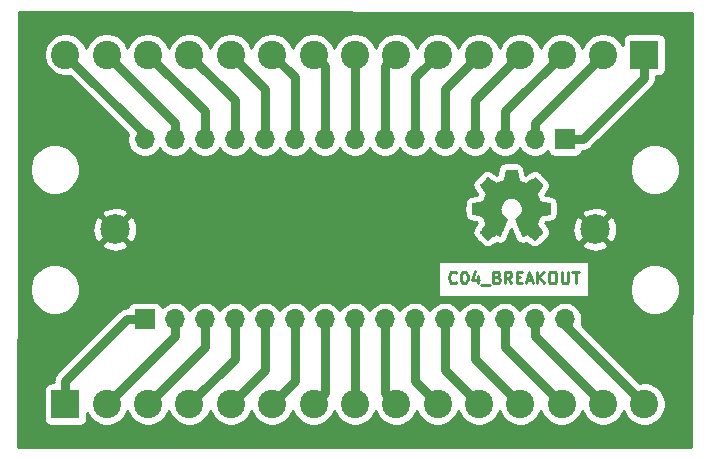
<source format=gbr>
G04 #@! TF.GenerationSoftware,KiCad,Pcbnew,5.1.5-52549c5~86~ubuntu18.04.1*
G04 #@! TF.CreationDate,2020-09-14T13:58:43-05:00*
G04 #@! TF.ProjectId,C04,4330342e-6b69-4636-9164-5f7063625858,rev?*
G04 #@! TF.SameCoordinates,Original*
G04 #@! TF.FileFunction,Copper,L1,Top*
G04 #@! TF.FilePolarity,Positive*
%FSLAX46Y46*%
G04 Gerber Fmt 4.6, Leading zero omitted, Abs format (unit mm)*
G04 Created by KiCad (PCBNEW 5.1.5-52549c5~86~ubuntu18.04.1) date 2020-09-14 13:58:43*
%MOMM*%
%LPD*%
G04 APERTURE LIST*
%ADD10C,0.250000*%
%ADD11C,0.010000*%
%ADD12C,2.400000*%
%ADD13R,2.400000X2.400000*%
%ADD14O,1.700000X1.700000*%
%ADD15R,1.700000X1.700000*%
%ADD16C,2.499360*%
%ADD17C,0.750000*%
%ADD18C,0.254000*%
G04 APERTURE END LIST*
D10*
X57803066Y-43537142D02*
X57755447Y-43584761D01*
X57612590Y-43632380D01*
X57517352Y-43632380D01*
X57374495Y-43584761D01*
X57279257Y-43489523D01*
X57231638Y-43394285D01*
X57184019Y-43203809D01*
X57184019Y-43060952D01*
X57231638Y-42870476D01*
X57279257Y-42775238D01*
X57374495Y-42680000D01*
X57517352Y-42632380D01*
X57612590Y-42632380D01*
X57755447Y-42680000D01*
X57803066Y-42727619D01*
X58422114Y-42632380D02*
X58517352Y-42632380D01*
X58612590Y-42680000D01*
X58660209Y-42727619D01*
X58707828Y-42822857D01*
X58755447Y-43013333D01*
X58755447Y-43251428D01*
X58707828Y-43441904D01*
X58660209Y-43537142D01*
X58612590Y-43584761D01*
X58517352Y-43632380D01*
X58422114Y-43632380D01*
X58326876Y-43584761D01*
X58279257Y-43537142D01*
X58231638Y-43441904D01*
X58184019Y-43251428D01*
X58184019Y-43013333D01*
X58231638Y-42822857D01*
X58279257Y-42727619D01*
X58326876Y-42680000D01*
X58422114Y-42632380D01*
X59612590Y-42965714D02*
X59612590Y-43632380D01*
X59374495Y-42584761D02*
X59136400Y-43299047D01*
X59755447Y-43299047D01*
X59898304Y-43727619D02*
X60660209Y-43727619D01*
X61231638Y-43108571D02*
X61374495Y-43156190D01*
X61422114Y-43203809D01*
X61469733Y-43299047D01*
X61469733Y-43441904D01*
X61422114Y-43537142D01*
X61374495Y-43584761D01*
X61279257Y-43632380D01*
X60898304Y-43632380D01*
X60898304Y-42632380D01*
X61231638Y-42632380D01*
X61326876Y-42680000D01*
X61374495Y-42727619D01*
X61422114Y-42822857D01*
X61422114Y-42918095D01*
X61374495Y-43013333D01*
X61326876Y-43060952D01*
X61231638Y-43108571D01*
X60898304Y-43108571D01*
X62469733Y-43632380D02*
X62136400Y-43156190D01*
X61898304Y-43632380D02*
X61898304Y-42632380D01*
X62279257Y-42632380D01*
X62374495Y-42680000D01*
X62422114Y-42727619D01*
X62469733Y-42822857D01*
X62469733Y-42965714D01*
X62422114Y-43060952D01*
X62374495Y-43108571D01*
X62279257Y-43156190D01*
X61898304Y-43156190D01*
X62898304Y-43108571D02*
X63231638Y-43108571D01*
X63374495Y-43632380D02*
X62898304Y-43632380D01*
X62898304Y-42632380D01*
X63374495Y-42632380D01*
X63755447Y-43346666D02*
X64231638Y-43346666D01*
X63660209Y-43632380D02*
X63993542Y-42632380D01*
X64326876Y-43632380D01*
X64660209Y-43632380D02*
X64660209Y-42632380D01*
X65231638Y-43632380D02*
X64803066Y-43060952D01*
X65231638Y-42632380D02*
X64660209Y-43203809D01*
X65850685Y-42632380D02*
X66041161Y-42632380D01*
X66136400Y-42680000D01*
X66231638Y-42775238D01*
X66279257Y-42965714D01*
X66279257Y-43299047D01*
X66231638Y-43489523D01*
X66136400Y-43584761D01*
X66041161Y-43632380D01*
X65850685Y-43632380D01*
X65755447Y-43584761D01*
X65660209Y-43489523D01*
X65612590Y-43299047D01*
X65612590Y-42965714D01*
X65660209Y-42775238D01*
X65755447Y-42680000D01*
X65850685Y-42632380D01*
X66707828Y-42632380D02*
X66707828Y-43441904D01*
X66755447Y-43537142D01*
X66803066Y-43584761D01*
X66898304Y-43632380D01*
X67088780Y-43632380D01*
X67184019Y-43584761D01*
X67231638Y-43537142D01*
X67279257Y-43441904D01*
X67279257Y-42632380D01*
X67612590Y-42632380D02*
X68184019Y-42632380D01*
X67898304Y-43632380D02*
X67898304Y-42632380D01*
D11*
G36*
X62989014Y-34451331D02*
G01*
X63072835Y-34895955D01*
X63382120Y-35023453D01*
X63691406Y-35150951D01*
X64062446Y-34898646D01*
X64166357Y-34828396D01*
X64260287Y-34765672D01*
X64339852Y-34713338D01*
X64400670Y-34674257D01*
X64438357Y-34651293D01*
X64448621Y-34646342D01*
X64467110Y-34659076D01*
X64506620Y-34694282D01*
X64562722Y-34747462D01*
X64630987Y-34814118D01*
X64706986Y-34889754D01*
X64786292Y-34969872D01*
X64864475Y-35049974D01*
X64937107Y-35125564D01*
X64999759Y-35192145D01*
X65048003Y-35245218D01*
X65077410Y-35280287D01*
X65084441Y-35292023D01*
X65074323Y-35313660D01*
X65045959Y-35361062D01*
X65002329Y-35429593D01*
X64946418Y-35514615D01*
X64881206Y-35611493D01*
X64843419Y-35666750D01*
X64774543Y-35767648D01*
X64713340Y-35858699D01*
X64662778Y-35935370D01*
X64625828Y-35993128D01*
X64605458Y-36027443D01*
X64602397Y-36034654D01*
X64609336Y-36055148D01*
X64628251Y-36102913D01*
X64656287Y-36171232D01*
X64690591Y-36253389D01*
X64728309Y-36342670D01*
X64766587Y-36432358D01*
X64802570Y-36515738D01*
X64833406Y-36586094D01*
X64856239Y-36636710D01*
X64868217Y-36660871D01*
X64868924Y-36661822D01*
X64887731Y-36666436D01*
X64937818Y-36676728D01*
X65013993Y-36691687D01*
X65111065Y-36710301D01*
X65223843Y-36731559D01*
X65289642Y-36743818D01*
X65410150Y-36766762D01*
X65518997Y-36788595D01*
X65610676Y-36808122D01*
X65679681Y-36824148D01*
X65720504Y-36835479D01*
X65728711Y-36839074D01*
X65736748Y-36863406D01*
X65743233Y-36918359D01*
X65748170Y-36997508D01*
X65751564Y-37094426D01*
X65753418Y-37202687D01*
X65753738Y-37315865D01*
X65752527Y-37427535D01*
X65749790Y-37531268D01*
X65745531Y-37620641D01*
X65739755Y-37689226D01*
X65732467Y-37730597D01*
X65728095Y-37739210D01*
X65701964Y-37749533D01*
X65646593Y-37764292D01*
X65569307Y-37781752D01*
X65477430Y-37800180D01*
X65445358Y-37806141D01*
X65290724Y-37834466D01*
X65168575Y-37857276D01*
X65074873Y-37875480D01*
X65005584Y-37889983D01*
X64956671Y-37901692D01*
X64924097Y-37911515D01*
X64903828Y-37920356D01*
X64891826Y-37929124D01*
X64890147Y-37930857D01*
X64873384Y-37958771D01*
X64847814Y-38013095D01*
X64815988Y-38087177D01*
X64780460Y-38174365D01*
X64743783Y-38268008D01*
X64708511Y-38361452D01*
X64677196Y-38448047D01*
X64652393Y-38521140D01*
X64636654Y-38574078D01*
X64632532Y-38600211D01*
X64632876Y-38601126D01*
X64646841Y-38622486D01*
X64678522Y-38669484D01*
X64724591Y-38737227D01*
X64781718Y-38820823D01*
X64846573Y-38915382D01*
X64865043Y-38942254D01*
X64930899Y-39039675D01*
X64988850Y-39128563D01*
X65035738Y-39203812D01*
X65068407Y-39260320D01*
X65083700Y-39292981D01*
X65084441Y-39296993D01*
X65071592Y-39318084D01*
X65036088Y-39359864D01*
X64982493Y-39417845D01*
X64915371Y-39487535D01*
X64839287Y-39564445D01*
X64758804Y-39644083D01*
X64678487Y-39721961D01*
X64602899Y-39793586D01*
X64536605Y-39854470D01*
X64484169Y-39900121D01*
X64450155Y-39926050D01*
X64440745Y-39930283D01*
X64418843Y-39920312D01*
X64374000Y-39893420D01*
X64313521Y-39854136D01*
X64266989Y-39822517D01*
X64182675Y-39764498D01*
X64082826Y-39696184D01*
X63982673Y-39627979D01*
X63928827Y-39591475D01*
X63746571Y-39468200D01*
X63593581Y-39550920D01*
X63523882Y-39587159D01*
X63464614Y-39615326D01*
X63424511Y-39631391D01*
X63414303Y-39633626D01*
X63402029Y-39617122D01*
X63377813Y-39570482D01*
X63343463Y-39498009D01*
X63300788Y-39404006D01*
X63251594Y-39292774D01*
X63197690Y-39168615D01*
X63140884Y-39035832D01*
X63082982Y-38898727D01*
X63025793Y-38761602D01*
X62971124Y-38628758D01*
X62920784Y-38504498D01*
X62876580Y-38393125D01*
X62840319Y-38298939D01*
X62813809Y-38226244D01*
X62798858Y-38179341D01*
X62796454Y-38163233D01*
X62815511Y-38142686D01*
X62857236Y-38109333D01*
X62912906Y-38070102D01*
X62917578Y-38066999D01*
X63061464Y-37951823D01*
X63177483Y-37817453D01*
X63264630Y-37668184D01*
X63321899Y-37508313D01*
X63348286Y-37342137D01*
X63342785Y-37173952D01*
X63304390Y-37008055D01*
X63232095Y-36848742D01*
X63210826Y-36813887D01*
X63100196Y-36673137D01*
X62969502Y-36560114D01*
X62823264Y-36475403D01*
X62666008Y-36419594D01*
X62502257Y-36393274D01*
X62336533Y-36397030D01*
X62173362Y-36431450D01*
X62017265Y-36497123D01*
X61872767Y-36594635D01*
X61828069Y-36634213D01*
X61714312Y-36758103D01*
X61631418Y-36888524D01*
X61574556Y-37034715D01*
X61542887Y-37179488D01*
X61535069Y-37342260D01*
X61561138Y-37505840D01*
X61618445Y-37664698D01*
X61704344Y-37813306D01*
X61816186Y-37946135D01*
X61951323Y-38057656D01*
X61969083Y-38069411D01*
X62025350Y-38107908D01*
X62068123Y-38141263D01*
X62088572Y-38162560D01*
X62088869Y-38163233D01*
X62084479Y-38186271D01*
X62067076Y-38238557D01*
X62038468Y-38315790D01*
X62000465Y-38413668D01*
X61954874Y-38527891D01*
X61903503Y-38654158D01*
X61848162Y-38788167D01*
X61790658Y-38925618D01*
X61732801Y-39062208D01*
X61676398Y-39193637D01*
X61623258Y-39315605D01*
X61575190Y-39423809D01*
X61534001Y-39513949D01*
X61501501Y-39581723D01*
X61479497Y-39622830D01*
X61470636Y-39633626D01*
X61443560Y-39625219D01*
X61392897Y-39602672D01*
X61327383Y-39570013D01*
X61291359Y-39550920D01*
X61138368Y-39468200D01*
X60956112Y-39591475D01*
X60863075Y-39654628D01*
X60761215Y-39724127D01*
X60665762Y-39789565D01*
X60617950Y-39822517D01*
X60550705Y-39867673D01*
X60493764Y-39903457D01*
X60454554Y-39925338D01*
X60441819Y-39929963D01*
X60423283Y-39917485D01*
X60382259Y-39882652D01*
X60322725Y-39829078D01*
X60248658Y-39760383D01*
X60164035Y-39680181D01*
X60110515Y-39628686D01*
X60016881Y-39536686D01*
X59935959Y-39454399D01*
X59871023Y-39385345D01*
X59825342Y-39333044D01*
X59802189Y-39301016D01*
X59799968Y-39294516D01*
X59810276Y-39269794D01*
X59838761Y-39219805D01*
X59882263Y-39149612D01*
X59937623Y-39064275D01*
X60001680Y-38968856D01*
X60019897Y-38942254D01*
X60086273Y-38845567D01*
X60145822Y-38758517D01*
X60195216Y-38685995D01*
X60231125Y-38632893D01*
X60250219Y-38604103D01*
X60252064Y-38601126D01*
X60249305Y-38578182D01*
X60234662Y-38527736D01*
X60210687Y-38456441D01*
X60179934Y-38370947D01*
X60144956Y-38277907D01*
X60108307Y-38183974D01*
X60072539Y-38095799D01*
X60040206Y-38020034D01*
X60013862Y-37963331D01*
X59996058Y-37932343D01*
X59994793Y-37930857D01*
X59983906Y-37922001D01*
X59965518Y-37913243D01*
X59935594Y-37903677D01*
X59890097Y-37892396D01*
X59824991Y-37878493D01*
X59736239Y-37861063D01*
X59619807Y-37839198D01*
X59471658Y-37811991D01*
X59439582Y-37806141D01*
X59344514Y-37787774D01*
X59261635Y-37769805D01*
X59198270Y-37753969D01*
X59161742Y-37742000D01*
X59156844Y-37739210D01*
X59148773Y-37714472D01*
X59142213Y-37659190D01*
X59137167Y-37579789D01*
X59133641Y-37482696D01*
X59131639Y-37374338D01*
X59131164Y-37261140D01*
X59132223Y-37149528D01*
X59134818Y-37045929D01*
X59138954Y-36956768D01*
X59144637Y-36888472D01*
X59151869Y-36847466D01*
X59156229Y-36839074D01*
X59180502Y-36830608D01*
X59235774Y-36816835D01*
X59316538Y-36798950D01*
X59417288Y-36778148D01*
X59532517Y-36755623D01*
X59595298Y-36743818D01*
X59714413Y-36721551D01*
X59820635Y-36701379D01*
X59908773Y-36684315D01*
X59973634Y-36671369D01*
X60010026Y-36663555D01*
X60016016Y-36661822D01*
X60026139Y-36642290D01*
X60047538Y-36595243D01*
X60077361Y-36527403D01*
X60112755Y-36445491D01*
X60150868Y-36356228D01*
X60188847Y-36266335D01*
X60223840Y-36182535D01*
X60252994Y-36111547D01*
X60273457Y-36060094D01*
X60282377Y-36034897D01*
X60282543Y-36033796D01*
X60272431Y-36013919D01*
X60244083Y-35968177D01*
X60200477Y-35901117D01*
X60144594Y-35817284D01*
X60079413Y-35721226D01*
X60041521Y-35666050D01*
X59972475Y-35564881D01*
X59911150Y-35473030D01*
X59860537Y-35395144D01*
X59823629Y-35335869D01*
X59803418Y-35299851D01*
X59800499Y-35291777D01*
X59813047Y-35272984D01*
X59847737Y-35232857D01*
X59900137Y-35175893D01*
X59965816Y-35106585D01*
X60040344Y-35029431D01*
X60119287Y-34948925D01*
X60198217Y-34869563D01*
X60272700Y-34795840D01*
X60338306Y-34732252D01*
X60390604Y-34683294D01*
X60425161Y-34653461D01*
X60436722Y-34646342D01*
X60455546Y-34656353D01*
X60500569Y-34684478D01*
X60567413Y-34727854D01*
X60651701Y-34783618D01*
X60749056Y-34848906D01*
X60822493Y-34898646D01*
X61193533Y-35150951D01*
X61812105Y-34895955D01*
X61895925Y-34451331D01*
X61979746Y-34006707D01*
X62905194Y-34006707D01*
X62989014Y-34451331D01*
G37*
X62989014Y-34451331D02*
X63072835Y-34895955D01*
X63382120Y-35023453D01*
X63691406Y-35150951D01*
X64062446Y-34898646D01*
X64166357Y-34828396D01*
X64260287Y-34765672D01*
X64339852Y-34713338D01*
X64400670Y-34674257D01*
X64438357Y-34651293D01*
X64448621Y-34646342D01*
X64467110Y-34659076D01*
X64506620Y-34694282D01*
X64562722Y-34747462D01*
X64630987Y-34814118D01*
X64706986Y-34889754D01*
X64786292Y-34969872D01*
X64864475Y-35049974D01*
X64937107Y-35125564D01*
X64999759Y-35192145D01*
X65048003Y-35245218D01*
X65077410Y-35280287D01*
X65084441Y-35292023D01*
X65074323Y-35313660D01*
X65045959Y-35361062D01*
X65002329Y-35429593D01*
X64946418Y-35514615D01*
X64881206Y-35611493D01*
X64843419Y-35666750D01*
X64774543Y-35767648D01*
X64713340Y-35858699D01*
X64662778Y-35935370D01*
X64625828Y-35993128D01*
X64605458Y-36027443D01*
X64602397Y-36034654D01*
X64609336Y-36055148D01*
X64628251Y-36102913D01*
X64656287Y-36171232D01*
X64690591Y-36253389D01*
X64728309Y-36342670D01*
X64766587Y-36432358D01*
X64802570Y-36515738D01*
X64833406Y-36586094D01*
X64856239Y-36636710D01*
X64868217Y-36660871D01*
X64868924Y-36661822D01*
X64887731Y-36666436D01*
X64937818Y-36676728D01*
X65013993Y-36691687D01*
X65111065Y-36710301D01*
X65223843Y-36731559D01*
X65289642Y-36743818D01*
X65410150Y-36766762D01*
X65518997Y-36788595D01*
X65610676Y-36808122D01*
X65679681Y-36824148D01*
X65720504Y-36835479D01*
X65728711Y-36839074D01*
X65736748Y-36863406D01*
X65743233Y-36918359D01*
X65748170Y-36997508D01*
X65751564Y-37094426D01*
X65753418Y-37202687D01*
X65753738Y-37315865D01*
X65752527Y-37427535D01*
X65749790Y-37531268D01*
X65745531Y-37620641D01*
X65739755Y-37689226D01*
X65732467Y-37730597D01*
X65728095Y-37739210D01*
X65701964Y-37749533D01*
X65646593Y-37764292D01*
X65569307Y-37781752D01*
X65477430Y-37800180D01*
X65445358Y-37806141D01*
X65290724Y-37834466D01*
X65168575Y-37857276D01*
X65074873Y-37875480D01*
X65005584Y-37889983D01*
X64956671Y-37901692D01*
X64924097Y-37911515D01*
X64903828Y-37920356D01*
X64891826Y-37929124D01*
X64890147Y-37930857D01*
X64873384Y-37958771D01*
X64847814Y-38013095D01*
X64815988Y-38087177D01*
X64780460Y-38174365D01*
X64743783Y-38268008D01*
X64708511Y-38361452D01*
X64677196Y-38448047D01*
X64652393Y-38521140D01*
X64636654Y-38574078D01*
X64632532Y-38600211D01*
X64632876Y-38601126D01*
X64646841Y-38622486D01*
X64678522Y-38669484D01*
X64724591Y-38737227D01*
X64781718Y-38820823D01*
X64846573Y-38915382D01*
X64865043Y-38942254D01*
X64930899Y-39039675D01*
X64988850Y-39128563D01*
X65035738Y-39203812D01*
X65068407Y-39260320D01*
X65083700Y-39292981D01*
X65084441Y-39296993D01*
X65071592Y-39318084D01*
X65036088Y-39359864D01*
X64982493Y-39417845D01*
X64915371Y-39487535D01*
X64839287Y-39564445D01*
X64758804Y-39644083D01*
X64678487Y-39721961D01*
X64602899Y-39793586D01*
X64536605Y-39854470D01*
X64484169Y-39900121D01*
X64450155Y-39926050D01*
X64440745Y-39930283D01*
X64418843Y-39920312D01*
X64374000Y-39893420D01*
X64313521Y-39854136D01*
X64266989Y-39822517D01*
X64182675Y-39764498D01*
X64082826Y-39696184D01*
X63982673Y-39627979D01*
X63928827Y-39591475D01*
X63746571Y-39468200D01*
X63593581Y-39550920D01*
X63523882Y-39587159D01*
X63464614Y-39615326D01*
X63424511Y-39631391D01*
X63414303Y-39633626D01*
X63402029Y-39617122D01*
X63377813Y-39570482D01*
X63343463Y-39498009D01*
X63300788Y-39404006D01*
X63251594Y-39292774D01*
X63197690Y-39168615D01*
X63140884Y-39035832D01*
X63082982Y-38898727D01*
X63025793Y-38761602D01*
X62971124Y-38628758D01*
X62920784Y-38504498D01*
X62876580Y-38393125D01*
X62840319Y-38298939D01*
X62813809Y-38226244D01*
X62798858Y-38179341D01*
X62796454Y-38163233D01*
X62815511Y-38142686D01*
X62857236Y-38109333D01*
X62912906Y-38070102D01*
X62917578Y-38066999D01*
X63061464Y-37951823D01*
X63177483Y-37817453D01*
X63264630Y-37668184D01*
X63321899Y-37508313D01*
X63348286Y-37342137D01*
X63342785Y-37173952D01*
X63304390Y-37008055D01*
X63232095Y-36848742D01*
X63210826Y-36813887D01*
X63100196Y-36673137D01*
X62969502Y-36560114D01*
X62823264Y-36475403D01*
X62666008Y-36419594D01*
X62502257Y-36393274D01*
X62336533Y-36397030D01*
X62173362Y-36431450D01*
X62017265Y-36497123D01*
X61872767Y-36594635D01*
X61828069Y-36634213D01*
X61714312Y-36758103D01*
X61631418Y-36888524D01*
X61574556Y-37034715D01*
X61542887Y-37179488D01*
X61535069Y-37342260D01*
X61561138Y-37505840D01*
X61618445Y-37664698D01*
X61704344Y-37813306D01*
X61816186Y-37946135D01*
X61951323Y-38057656D01*
X61969083Y-38069411D01*
X62025350Y-38107908D01*
X62068123Y-38141263D01*
X62088572Y-38162560D01*
X62088869Y-38163233D01*
X62084479Y-38186271D01*
X62067076Y-38238557D01*
X62038468Y-38315790D01*
X62000465Y-38413668D01*
X61954874Y-38527891D01*
X61903503Y-38654158D01*
X61848162Y-38788167D01*
X61790658Y-38925618D01*
X61732801Y-39062208D01*
X61676398Y-39193637D01*
X61623258Y-39315605D01*
X61575190Y-39423809D01*
X61534001Y-39513949D01*
X61501501Y-39581723D01*
X61479497Y-39622830D01*
X61470636Y-39633626D01*
X61443560Y-39625219D01*
X61392897Y-39602672D01*
X61327383Y-39570013D01*
X61291359Y-39550920D01*
X61138368Y-39468200D01*
X60956112Y-39591475D01*
X60863075Y-39654628D01*
X60761215Y-39724127D01*
X60665762Y-39789565D01*
X60617950Y-39822517D01*
X60550705Y-39867673D01*
X60493764Y-39903457D01*
X60454554Y-39925338D01*
X60441819Y-39929963D01*
X60423283Y-39917485D01*
X60382259Y-39882652D01*
X60322725Y-39829078D01*
X60248658Y-39760383D01*
X60164035Y-39680181D01*
X60110515Y-39628686D01*
X60016881Y-39536686D01*
X59935959Y-39454399D01*
X59871023Y-39385345D01*
X59825342Y-39333044D01*
X59802189Y-39301016D01*
X59799968Y-39294516D01*
X59810276Y-39269794D01*
X59838761Y-39219805D01*
X59882263Y-39149612D01*
X59937623Y-39064275D01*
X60001680Y-38968856D01*
X60019897Y-38942254D01*
X60086273Y-38845567D01*
X60145822Y-38758517D01*
X60195216Y-38685995D01*
X60231125Y-38632893D01*
X60250219Y-38604103D01*
X60252064Y-38601126D01*
X60249305Y-38578182D01*
X60234662Y-38527736D01*
X60210687Y-38456441D01*
X60179934Y-38370947D01*
X60144956Y-38277907D01*
X60108307Y-38183974D01*
X60072539Y-38095799D01*
X60040206Y-38020034D01*
X60013862Y-37963331D01*
X59996058Y-37932343D01*
X59994793Y-37930857D01*
X59983906Y-37922001D01*
X59965518Y-37913243D01*
X59935594Y-37903677D01*
X59890097Y-37892396D01*
X59824991Y-37878493D01*
X59736239Y-37861063D01*
X59619807Y-37839198D01*
X59471658Y-37811991D01*
X59439582Y-37806141D01*
X59344514Y-37787774D01*
X59261635Y-37769805D01*
X59198270Y-37753969D01*
X59161742Y-37742000D01*
X59156844Y-37739210D01*
X59148773Y-37714472D01*
X59142213Y-37659190D01*
X59137167Y-37579789D01*
X59133641Y-37482696D01*
X59131639Y-37374338D01*
X59131164Y-37261140D01*
X59132223Y-37149528D01*
X59134818Y-37045929D01*
X59138954Y-36956768D01*
X59144637Y-36888472D01*
X59151869Y-36847466D01*
X59156229Y-36839074D01*
X59180502Y-36830608D01*
X59235774Y-36816835D01*
X59316538Y-36798950D01*
X59417288Y-36778148D01*
X59532517Y-36755623D01*
X59595298Y-36743818D01*
X59714413Y-36721551D01*
X59820635Y-36701379D01*
X59908773Y-36684315D01*
X59973634Y-36671369D01*
X60010026Y-36663555D01*
X60016016Y-36661822D01*
X60026139Y-36642290D01*
X60047538Y-36595243D01*
X60077361Y-36527403D01*
X60112755Y-36445491D01*
X60150868Y-36356228D01*
X60188847Y-36266335D01*
X60223840Y-36182535D01*
X60252994Y-36111547D01*
X60273457Y-36060094D01*
X60282377Y-36034897D01*
X60282543Y-36033796D01*
X60272431Y-36013919D01*
X60244083Y-35968177D01*
X60200477Y-35901117D01*
X60144594Y-35817284D01*
X60079413Y-35721226D01*
X60041521Y-35666050D01*
X59972475Y-35564881D01*
X59911150Y-35473030D01*
X59860537Y-35395144D01*
X59823629Y-35335869D01*
X59803418Y-35299851D01*
X59800499Y-35291777D01*
X59813047Y-35272984D01*
X59847737Y-35232857D01*
X59900137Y-35175893D01*
X59965816Y-35106585D01*
X60040344Y-35029431D01*
X60119287Y-34948925D01*
X60198217Y-34869563D01*
X60272700Y-34795840D01*
X60338306Y-34732252D01*
X60390604Y-34683294D01*
X60425161Y-34653461D01*
X60436722Y-34646342D01*
X60455546Y-34656353D01*
X60500569Y-34684478D01*
X60567413Y-34727854D01*
X60651701Y-34783618D01*
X60749056Y-34848906D01*
X60822493Y-34898646D01*
X61193533Y-35150951D01*
X61812105Y-34895955D01*
X61895925Y-34451331D01*
X61979746Y-34006707D01*
X62905194Y-34006707D01*
X62989014Y-34451331D01*
D12*
X73710000Y-53843000D03*
X70210000Y-53843000D03*
X66710000Y-53843000D03*
X63210000Y-53843000D03*
X59710000Y-53843000D03*
X56210000Y-53843000D03*
X52710000Y-53843000D03*
X49210000Y-53843000D03*
X45710000Y-53843000D03*
X42210000Y-53843000D03*
X38710000Y-53843000D03*
X35210000Y-53843000D03*
X31710000Y-53843000D03*
X28210000Y-53843000D03*
D13*
X24710000Y-53843000D03*
D14*
X66990000Y-46670000D03*
X64450000Y-46670000D03*
X61910000Y-46670000D03*
X59370000Y-46670000D03*
X56830000Y-46670000D03*
X54290000Y-46670000D03*
X51750000Y-46670000D03*
X49210000Y-46670000D03*
X46670000Y-46670000D03*
X44130000Y-46670000D03*
X41590000Y-46670000D03*
X39050000Y-46670000D03*
X36510000Y-46670000D03*
X33970000Y-46670000D03*
D15*
X31430000Y-46670000D03*
D14*
X31430000Y-31430000D03*
X33970000Y-31430000D03*
X36510000Y-31430000D03*
X39050000Y-31430000D03*
X41590000Y-31430000D03*
X44130000Y-31430000D03*
X46670000Y-31430000D03*
X49210000Y-31430000D03*
X51750000Y-31430000D03*
X54290000Y-31430000D03*
X56830000Y-31430000D03*
X59370000Y-31430000D03*
X61910000Y-31430000D03*
X64450000Y-31430000D03*
D15*
X66990000Y-31430000D03*
D12*
X24710000Y-24257000D03*
X28210000Y-24257000D03*
X31710000Y-24257000D03*
X35210000Y-24257000D03*
X38710000Y-24257000D03*
X42210000Y-24257000D03*
X45710000Y-24257000D03*
X49210000Y-24257000D03*
X52710000Y-24257000D03*
X56210000Y-24257000D03*
X59710000Y-24257000D03*
X63210000Y-24257000D03*
X66710000Y-24257000D03*
X70210000Y-24257000D03*
D13*
X73710000Y-24257000D03*
D16*
X69530000Y-39050000D03*
X28890000Y-39050000D03*
D17*
X31430000Y-30977000D02*
X31430000Y-31430000D01*
X24710000Y-24257000D02*
X31430000Y-30977000D01*
X33970000Y-30017000D02*
X33970000Y-31430000D01*
X28210000Y-24257000D02*
X33970000Y-30017000D01*
X36510000Y-29057000D02*
X36510000Y-31430000D01*
X31710000Y-24257000D02*
X36510000Y-29057000D01*
X39050000Y-28097000D02*
X39050000Y-31430000D01*
X35210000Y-24257000D02*
X39050000Y-28097000D01*
X41590000Y-27137000D02*
X41590000Y-31430000D01*
X38710000Y-24257000D02*
X41590000Y-27137000D01*
X44130000Y-26177000D02*
X44130000Y-31430000D01*
X42210000Y-24257000D02*
X44130000Y-26177000D01*
X46670000Y-25217000D02*
X45710000Y-24257000D01*
X46670000Y-31430000D02*
X46670000Y-25217000D01*
X49210000Y-31430000D02*
X49210000Y-24257000D01*
X51750000Y-25217000D02*
X52710000Y-24257000D01*
X51750000Y-31430000D02*
X51750000Y-25217000D01*
X54290000Y-26177000D02*
X56210000Y-24257000D01*
X54290000Y-31430000D02*
X54290000Y-26177000D01*
X56830000Y-27137000D02*
X59710000Y-24257000D01*
X56830000Y-31430000D02*
X56830000Y-27137000D01*
X59370000Y-28097000D02*
X63210000Y-24257000D01*
X59370000Y-31430000D02*
X59370000Y-28097000D01*
X61910000Y-29057000D02*
X66710000Y-24257000D01*
X61910000Y-31430000D02*
X61910000Y-29057000D01*
X64450000Y-30017000D02*
X70210000Y-24257000D01*
X64450000Y-31430000D02*
X64450000Y-30017000D01*
X68487000Y-31430000D02*
X66990000Y-31430000D01*
X73710000Y-24257000D02*
X73710000Y-26207000D01*
X73710000Y-26207000D02*
X68487000Y-31430000D01*
X66990000Y-47123000D02*
X66990000Y-46670000D01*
X73710000Y-53843000D02*
X66990000Y-47123000D01*
X64450000Y-48083000D02*
X64450000Y-46670000D01*
X70210000Y-53843000D02*
X64450000Y-48083000D01*
X61910000Y-49043000D02*
X61910000Y-46670000D01*
X66710000Y-53843000D02*
X61910000Y-49043000D01*
X59370000Y-50003000D02*
X63210000Y-53843000D01*
X59370000Y-46670000D02*
X59370000Y-50003000D01*
X56830000Y-50963000D02*
X59710000Y-53843000D01*
X56830000Y-46670000D02*
X56830000Y-50963000D01*
X54290000Y-51923000D02*
X56210000Y-53843000D01*
X54290000Y-46670000D02*
X54290000Y-51923000D01*
X51750000Y-52883000D02*
X52710000Y-53843000D01*
X51750000Y-46670000D02*
X51750000Y-52883000D01*
X49210000Y-46670000D02*
X49210000Y-53843000D01*
X46670000Y-52883000D02*
X45710000Y-53843000D01*
X46670000Y-46670000D02*
X46670000Y-52883000D01*
X44130000Y-51923000D02*
X42210000Y-53843000D01*
X44130000Y-46670000D02*
X44130000Y-51923000D01*
X41590000Y-50963000D02*
X38710000Y-53843000D01*
X41590000Y-46670000D02*
X41590000Y-50963000D01*
X39050000Y-50003000D02*
X39050000Y-46670000D01*
X35210000Y-53843000D02*
X39050000Y-50003000D01*
X36510000Y-49043000D02*
X31710000Y-53843000D01*
X36510000Y-46670000D02*
X36510000Y-49043000D01*
X33970000Y-48083000D02*
X33970000Y-46670000D01*
X28210000Y-53843000D02*
X33970000Y-48083000D01*
X29933000Y-46670000D02*
X31430000Y-46670000D01*
X24710000Y-53843000D02*
X24710000Y-51893000D01*
X24710000Y-51893000D02*
X29933000Y-46670000D01*
D18*
G36*
X77760000Y-20700926D02*
G01*
X77760000Y-35236421D01*
X77699127Y-57440000D01*
X20726532Y-57440000D01*
X20729817Y-52643000D01*
X22871928Y-52643000D01*
X22871928Y-55043000D01*
X22884188Y-55167482D01*
X22920498Y-55287180D01*
X22979463Y-55397494D01*
X23058815Y-55494185D01*
X23155506Y-55573537D01*
X23265820Y-55632502D01*
X23385518Y-55668812D01*
X23510000Y-55681072D01*
X25910000Y-55681072D01*
X26034482Y-55668812D01*
X26154180Y-55632502D01*
X26264494Y-55573537D01*
X26361185Y-55494185D01*
X26440537Y-55397494D01*
X26499502Y-55287180D01*
X26535812Y-55167482D01*
X26548072Y-55043000D01*
X26548072Y-54625838D01*
X26583844Y-54712199D01*
X26784662Y-55012744D01*
X27040256Y-55268338D01*
X27340801Y-55469156D01*
X27674750Y-55607482D01*
X28029268Y-55678000D01*
X28390732Y-55678000D01*
X28745250Y-55607482D01*
X29079199Y-55469156D01*
X29379744Y-55268338D01*
X29635338Y-55012744D01*
X29836156Y-54712199D01*
X29960000Y-54413213D01*
X30083844Y-54712199D01*
X30284662Y-55012744D01*
X30540256Y-55268338D01*
X30840801Y-55469156D01*
X31174750Y-55607482D01*
X31529268Y-55678000D01*
X31890732Y-55678000D01*
X32245250Y-55607482D01*
X32579199Y-55469156D01*
X32879744Y-55268338D01*
X33135338Y-55012744D01*
X33336156Y-54712199D01*
X33460000Y-54413213D01*
X33583844Y-54712199D01*
X33784662Y-55012744D01*
X34040256Y-55268338D01*
X34340801Y-55469156D01*
X34674750Y-55607482D01*
X35029268Y-55678000D01*
X35390732Y-55678000D01*
X35745250Y-55607482D01*
X36079199Y-55469156D01*
X36379744Y-55268338D01*
X36635338Y-55012744D01*
X36836156Y-54712199D01*
X36960000Y-54413213D01*
X37083844Y-54712199D01*
X37284662Y-55012744D01*
X37540256Y-55268338D01*
X37840801Y-55469156D01*
X38174750Y-55607482D01*
X38529268Y-55678000D01*
X38890732Y-55678000D01*
X39245250Y-55607482D01*
X39579199Y-55469156D01*
X39879744Y-55268338D01*
X40135338Y-55012744D01*
X40336156Y-54712199D01*
X40460000Y-54413213D01*
X40583844Y-54712199D01*
X40784662Y-55012744D01*
X41040256Y-55268338D01*
X41340801Y-55469156D01*
X41674750Y-55607482D01*
X42029268Y-55678000D01*
X42390732Y-55678000D01*
X42745250Y-55607482D01*
X43079199Y-55469156D01*
X43379744Y-55268338D01*
X43635338Y-55012744D01*
X43836156Y-54712199D01*
X43960000Y-54413213D01*
X44083844Y-54712199D01*
X44284662Y-55012744D01*
X44540256Y-55268338D01*
X44840801Y-55469156D01*
X45174750Y-55607482D01*
X45529268Y-55678000D01*
X45890732Y-55678000D01*
X46245250Y-55607482D01*
X46579199Y-55469156D01*
X46879744Y-55268338D01*
X47135338Y-55012744D01*
X47336156Y-54712199D01*
X47460000Y-54413213D01*
X47583844Y-54712199D01*
X47784662Y-55012744D01*
X48040256Y-55268338D01*
X48340801Y-55469156D01*
X48674750Y-55607482D01*
X49029268Y-55678000D01*
X49390732Y-55678000D01*
X49745250Y-55607482D01*
X50079199Y-55469156D01*
X50379744Y-55268338D01*
X50635338Y-55012744D01*
X50836156Y-54712199D01*
X50960000Y-54413213D01*
X51083844Y-54712199D01*
X51284662Y-55012744D01*
X51540256Y-55268338D01*
X51840801Y-55469156D01*
X52174750Y-55607482D01*
X52529268Y-55678000D01*
X52890732Y-55678000D01*
X53245250Y-55607482D01*
X53579199Y-55469156D01*
X53879744Y-55268338D01*
X54135338Y-55012744D01*
X54336156Y-54712199D01*
X54460000Y-54413213D01*
X54583844Y-54712199D01*
X54784662Y-55012744D01*
X55040256Y-55268338D01*
X55340801Y-55469156D01*
X55674750Y-55607482D01*
X56029268Y-55678000D01*
X56390732Y-55678000D01*
X56745250Y-55607482D01*
X57079199Y-55469156D01*
X57379744Y-55268338D01*
X57635338Y-55012744D01*
X57836156Y-54712199D01*
X57960000Y-54413213D01*
X58083844Y-54712199D01*
X58284662Y-55012744D01*
X58540256Y-55268338D01*
X58840801Y-55469156D01*
X59174750Y-55607482D01*
X59529268Y-55678000D01*
X59890732Y-55678000D01*
X60245250Y-55607482D01*
X60579199Y-55469156D01*
X60879744Y-55268338D01*
X61135338Y-55012744D01*
X61336156Y-54712199D01*
X61460000Y-54413213D01*
X61583844Y-54712199D01*
X61784662Y-55012744D01*
X62040256Y-55268338D01*
X62340801Y-55469156D01*
X62674750Y-55607482D01*
X63029268Y-55678000D01*
X63390732Y-55678000D01*
X63745250Y-55607482D01*
X64079199Y-55469156D01*
X64379744Y-55268338D01*
X64635338Y-55012744D01*
X64836156Y-54712199D01*
X64960000Y-54413213D01*
X65083844Y-54712199D01*
X65284662Y-55012744D01*
X65540256Y-55268338D01*
X65840801Y-55469156D01*
X66174750Y-55607482D01*
X66529268Y-55678000D01*
X66890732Y-55678000D01*
X67245250Y-55607482D01*
X67579199Y-55469156D01*
X67879744Y-55268338D01*
X68135338Y-55012744D01*
X68336156Y-54712199D01*
X68460000Y-54413213D01*
X68583844Y-54712199D01*
X68784662Y-55012744D01*
X69040256Y-55268338D01*
X69340801Y-55469156D01*
X69674750Y-55607482D01*
X70029268Y-55678000D01*
X70390732Y-55678000D01*
X70745250Y-55607482D01*
X71079199Y-55469156D01*
X71379744Y-55268338D01*
X71635338Y-55012744D01*
X71836156Y-54712199D01*
X71960000Y-54413213D01*
X72083844Y-54712199D01*
X72284662Y-55012744D01*
X72540256Y-55268338D01*
X72840801Y-55469156D01*
X73174750Y-55607482D01*
X73529268Y-55678000D01*
X73890732Y-55678000D01*
X74245250Y-55607482D01*
X74579199Y-55469156D01*
X74879744Y-55268338D01*
X75135338Y-55012744D01*
X75336156Y-54712199D01*
X75474482Y-54378250D01*
X75545000Y-54023732D01*
X75545000Y-53662268D01*
X75474482Y-53307750D01*
X75336156Y-52973801D01*
X75135338Y-52673256D01*
X74879744Y-52417662D01*
X74579199Y-52216844D01*
X74245250Y-52078518D01*
X73890732Y-52008000D01*
X73529268Y-52008000D01*
X73340836Y-52045481D01*
X68412244Y-47116889D01*
X68417932Y-47103158D01*
X68475000Y-46816260D01*
X68475000Y-46523740D01*
X68417932Y-46236842D01*
X68305990Y-45966589D01*
X68143475Y-45723368D01*
X67936632Y-45516525D01*
X67693411Y-45354010D01*
X67423158Y-45242068D01*
X67136260Y-45185000D01*
X66843740Y-45185000D01*
X66556842Y-45242068D01*
X66286589Y-45354010D01*
X66043368Y-45516525D01*
X65836525Y-45723368D01*
X65720000Y-45897760D01*
X65603475Y-45723368D01*
X65396632Y-45516525D01*
X65153411Y-45354010D01*
X64883158Y-45242068D01*
X64596260Y-45185000D01*
X64303740Y-45185000D01*
X64016842Y-45242068D01*
X63746589Y-45354010D01*
X63503368Y-45516525D01*
X63296525Y-45723368D01*
X63180000Y-45897760D01*
X63063475Y-45723368D01*
X62856632Y-45516525D01*
X62613411Y-45354010D01*
X62343158Y-45242068D01*
X62056260Y-45185000D01*
X61763740Y-45185000D01*
X61476842Y-45242068D01*
X61206589Y-45354010D01*
X60963368Y-45516525D01*
X60756525Y-45723368D01*
X60640000Y-45897760D01*
X60523475Y-45723368D01*
X60316632Y-45516525D01*
X60073411Y-45354010D01*
X59803158Y-45242068D01*
X59516260Y-45185000D01*
X59223740Y-45185000D01*
X58936842Y-45242068D01*
X58666589Y-45354010D01*
X58423368Y-45516525D01*
X58216525Y-45723368D01*
X58100000Y-45897760D01*
X57983475Y-45723368D01*
X57776632Y-45516525D01*
X57533411Y-45354010D01*
X57263158Y-45242068D01*
X56976260Y-45185000D01*
X56683740Y-45185000D01*
X56396842Y-45242068D01*
X56126589Y-45354010D01*
X55883368Y-45516525D01*
X55676525Y-45723368D01*
X55560000Y-45897760D01*
X55443475Y-45723368D01*
X55236632Y-45516525D01*
X54993411Y-45354010D01*
X54723158Y-45242068D01*
X54436260Y-45185000D01*
X54143740Y-45185000D01*
X53856842Y-45242068D01*
X53586589Y-45354010D01*
X53343368Y-45516525D01*
X53136525Y-45723368D01*
X53020000Y-45897760D01*
X52903475Y-45723368D01*
X52696632Y-45516525D01*
X52453411Y-45354010D01*
X52183158Y-45242068D01*
X51896260Y-45185000D01*
X51603740Y-45185000D01*
X51316842Y-45242068D01*
X51046589Y-45354010D01*
X50803368Y-45516525D01*
X50596525Y-45723368D01*
X50480000Y-45897760D01*
X50363475Y-45723368D01*
X50156632Y-45516525D01*
X49913411Y-45354010D01*
X49643158Y-45242068D01*
X49356260Y-45185000D01*
X49063740Y-45185000D01*
X48776842Y-45242068D01*
X48506589Y-45354010D01*
X48263368Y-45516525D01*
X48056525Y-45723368D01*
X47940000Y-45897760D01*
X47823475Y-45723368D01*
X47616632Y-45516525D01*
X47373411Y-45354010D01*
X47103158Y-45242068D01*
X46816260Y-45185000D01*
X46523740Y-45185000D01*
X46236842Y-45242068D01*
X45966589Y-45354010D01*
X45723368Y-45516525D01*
X45516525Y-45723368D01*
X45400000Y-45897760D01*
X45283475Y-45723368D01*
X45076632Y-45516525D01*
X44833411Y-45354010D01*
X44563158Y-45242068D01*
X44276260Y-45185000D01*
X43983740Y-45185000D01*
X43696842Y-45242068D01*
X43426589Y-45354010D01*
X43183368Y-45516525D01*
X42976525Y-45723368D01*
X42860000Y-45897760D01*
X42743475Y-45723368D01*
X42536632Y-45516525D01*
X42293411Y-45354010D01*
X42023158Y-45242068D01*
X41736260Y-45185000D01*
X41443740Y-45185000D01*
X41156842Y-45242068D01*
X40886589Y-45354010D01*
X40643368Y-45516525D01*
X40436525Y-45723368D01*
X40320000Y-45897760D01*
X40203475Y-45723368D01*
X39996632Y-45516525D01*
X39753411Y-45354010D01*
X39483158Y-45242068D01*
X39196260Y-45185000D01*
X38903740Y-45185000D01*
X38616842Y-45242068D01*
X38346589Y-45354010D01*
X38103368Y-45516525D01*
X37896525Y-45723368D01*
X37780000Y-45897760D01*
X37663475Y-45723368D01*
X37456632Y-45516525D01*
X37213411Y-45354010D01*
X36943158Y-45242068D01*
X36656260Y-45185000D01*
X36363740Y-45185000D01*
X36076842Y-45242068D01*
X35806589Y-45354010D01*
X35563368Y-45516525D01*
X35356525Y-45723368D01*
X35240000Y-45897760D01*
X35123475Y-45723368D01*
X34916632Y-45516525D01*
X34673411Y-45354010D01*
X34403158Y-45242068D01*
X34116260Y-45185000D01*
X33823740Y-45185000D01*
X33536842Y-45242068D01*
X33266589Y-45354010D01*
X33023368Y-45516525D01*
X32891513Y-45648380D01*
X32869502Y-45575820D01*
X32810537Y-45465506D01*
X32731185Y-45368815D01*
X32634494Y-45289463D01*
X32524180Y-45230498D01*
X32404482Y-45194188D01*
X32280000Y-45181928D01*
X30580000Y-45181928D01*
X30455518Y-45194188D01*
X30335820Y-45230498D01*
X30225506Y-45289463D01*
X30128815Y-45368815D01*
X30049463Y-45465506D01*
X29990498Y-45575820D01*
X29965474Y-45658313D01*
X29932999Y-45655114D01*
X29883394Y-45660000D01*
X29883392Y-45660000D01*
X29735006Y-45674615D01*
X29544620Y-45732368D01*
X29369160Y-45826153D01*
X29215367Y-45952367D01*
X29183744Y-45990900D01*
X24030901Y-51143744D01*
X23992368Y-51175367D01*
X23960745Y-51213900D01*
X23960744Y-51213901D01*
X23866154Y-51329160D01*
X23772368Y-51504621D01*
X23714615Y-51695006D01*
X23695114Y-51893000D01*
X23700001Y-51942617D01*
X23700001Y-52004928D01*
X23510000Y-52004928D01*
X23385518Y-52017188D01*
X23265820Y-52053498D01*
X23155506Y-52112463D01*
X23058815Y-52191815D01*
X22979463Y-52288506D01*
X22920498Y-52398820D01*
X22884188Y-52518518D01*
X22871928Y-52643000D01*
X20729817Y-52643000D01*
X20735792Y-43919721D01*
X21675000Y-43919721D01*
X21675000Y-44340279D01*
X21757047Y-44752756D01*
X21917988Y-45141302D01*
X22151637Y-45490983D01*
X22449017Y-45788363D01*
X22798698Y-46022012D01*
X23187244Y-46182953D01*
X23599721Y-46265000D01*
X24020279Y-46265000D01*
X24432756Y-46182953D01*
X24821302Y-46022012D01*
X25170983Y-45788363D01*
X25468363Y-45490983D01*
X25702012Y-45141302D01*
X25862953Y-44752756D01*
X25945000Y-44340279D01*
X25945000Y-43919721D01*
X25862953Y-43507244D01*
X25702012Y-43118698D01*
X25468363Y-42769017D01*
X25170983Y-42471637D01*
X24821302Y-42237988D01*
X24432756Y-42077047D01*
X24020279Y-41995000D01*
X23599721Y-41995000D01*
X23187244Y-42077047D01*
X22798698Y-42237988D01*
X22449017Y-42471637D01*
X22151637Y-42769017D01*
X21917988Y-43118698D01*
X21757047Y-43507244D01*
X21675000Y-43919721D01*
X20735792Y-43919721D01*
X20737269Y-41762500D01*
X56233543Y-41762500D01*
X56233543Y-44782500D01*
X69039257Y-44782500D01*
X69039257Y-43919721D01*
X72475000Y-43919721D01*
X72475000Y-44340279D01*
X72557047Y-44752756D01*
X72717988Y-45141302D01*
X72951637Y-45490983D01*
X73249017Y-45788363D01*
X73598698Y-46022012D01*
X73987244Y-46182953D01*
X74399721Y-46265000D01*
X74820279Y-46265000D01*
X75232756Y-46182953D01*
X75621302Y-46022012D01*
X75970983Y-45788363D01*
X76268363Y-45490983D01*
X76502012Y-45141302D01*
X76662953Y-44752756D01*
X76745000Y-44340279D01*
X76745000Y-43919721D01*
X76662953Y-43507244D01*
X76502012Y-43118698D01*
X76268363Y-42769017D01*
X75970983Y-42471637D01*
X75621302Y-42237988D01*
X75232756Y-42077047D01*
X74820279Y-41995000D01*
X74399721Y-41995000D01*
X73987244Y-42077047D01*
X73598698Y-42237988D01*
X73249017Y-42471637D01*
X72951637Y-42769017D01*
X72717988Y-43118698D01*
X72557047Y-43507244D01*
X72475000Y-43919721D01*
X69039257Y-43919721D01*
X69039257Y-41762500D01*
X56233543Y-41762500D01*
X20737269Y-41762500D01*
X20738227Y-40363377D01*
X27756229Y-40363377D01*
X27882104Y-40653315D01*
X28214262Y-40819139D01*
X28572387Y-40916975D01*
X28942719Y-40943065D01*
X29311025Y-40896405D01*
X29663151Y-40778789D01*
X29897896Y-40653315D01*
X30023771Y-40363377D01*
X28890000Y-39229605D01*
X27756229Y-40363377D01*
X20738227Y-40363377D01*
X20739091Y-39102719D01*
X26996935Y-39102719D01*
X27043595Y-39471025D01*
X27161211Y-39823151D01*
X27286685Y-40057896D01*
X27576623Y-40183771D01*
X28710395Y-39050000D01*
X29069605Y-39050000D01*
X30203377Y-40183771D01*
X30493315Y-40057896D01*
X30659139Y-39725738D01*
X30756975Y-39367613D01*
X30783065Y-38997281D01*
X30736405Y-38628975D01*
X30618789Y-38276849D01*
X30493315Y-38042104D01*
X30203377Y-37916229D01*
X29069605Y-39050000D01*
X28710395Y-39050000D01*
X27576623Y-37916229D01*
X27286685Y-38042104D01*
X27120861Y-38374262D01*
X27023025Y-38732387D01*
X26996935Y-39102719D01*
X20739091Y-39102719D01*
X20740026Y-37736623D01*
X27756229Y-37736623D01*
X28890000Y-38870395D01*
X30023771Y-37736623D01*
X29897896Y-37446685D01*
X29565738Y-37280861D01*
X29503383Y-37263826D01*
X58491170Y-37263826D01*
X58491645Y-37377024D01*
X58491655Y-37377120D01*
X58491645Y-37377225D01*
X58491748Y-37386160D01*
X58493750Y-37494518D01*
X58493894Y-37495749D01*
X58493800Y-37496990D01*
X58494063Y-37505923D01*
X58497589Y-37603016D01*
X58498156Y-37607218D01*
X58497951Y-37611458D01*
X58498455Y-37620380D01*
X58503501Y-37699780D01*
X58505597Y-37712671D01*
X58505681Y-37725725D01*
X58506672Y-37734606D01*
X58513232Y-37789888D01*
X58525779Y-37847110D01*
X58537624Y-37904465D01*
X58539967Y-37911819D01*
X58539984Y-37911896D01*
X58540012Y-37911961D01*
X58540337Y-37912980D01*
X58548408Y-37937718D01*
X58566026Y-37977910D01*
X58581289Y-38019098D01*
X58591060Y-38035023D01*
X58598553Y-38052116D01*
X58623638Y-38088115D01*
X58646614Y-38125560D01*
X58659294Y-38139285D01*
X58669963Y-38154596D01*
X58701574Y-38185049D01*
X58731375Y-38217306D01*
X58746469Y-38228299D01*
X58759917Y-38241255D01*
X58796841Y-38264988D01*
X58832339Y-38290842D01*
X58840073Y-38295318D01*
X58844972Y-38298108D01*
X58856114Y-38303084D01*
X58864991Y-38308790D01*
X58898404Y-38321972D01*
X58899543Y-38322481D01*
X58953988Y-38347342D01*
X58958878Y-38348982D01*
X58959020Y-38349045D01*
X58959168Y-38349079D01*
X58962461Y-38350183D01*
X58998989Y-38362152D01*
X59017070Y-38366174D01*
X59034441Y-38372646D01*
X59043096Y-38374872D01*
X59106461Y-38390708D01*
X59111997Y-38391529D01*
X59117307Y-38393319D01*
X59126027Y-38395273D01*
X59208907Y-38413242D01*
X59211679Y-38413564D01*
X59214350Y-38414398D01*
X59223112Y-38416154D01*
X59318180Y-38434521D01*
X59318302Y-38434532D01*
X59324753Y-38435755D01*
X59356362Y-38441520D01*
X59502853Y-38468422D01*
X59534628Y-38474390D01*
X59545558Y-38502403D01*
X59492265Y-38580033D01*
X59492244Y-38580070D01*
X59491845Y-38580645D01*
X59473628Y-38607247D01*
X59473559Y-38607373D01*
X59470312Y-38612137D01*
X59406256Y-38707556D01*
X59405987Y-38708056D01*
X59405621Y-38708502D01*
X59400706Y-38715965D01*
X59345346Y-38801302D01*
X59344357Y-38803213D01*
X59343024Y-38804907D01*
X59338264Y-38812470D01*
X59294762Y-38882662D01*
X59291514Y-38889267D01*
X59287180Y-38895215D01*
X59282702Y-38902948D01*
X59254217Y-38952937D01*
X59239992Y-38984775D01*
X59223064Y-39015270D01*
X59219568Y-39023494D01*
X59209260Y-39048216D01*
X59204054Y-39065207D01*
X59203263Y-39066978D01*
X59202532Y-39070175D01*
X59197649Y-39086115D01*
X59183349Y-39123106D01*
X59179390Y-39145710D01*
X59172670Y-39167643D01*
X59168641Y-39207078D01*
X59161799Y-39246139D01*
X59162306Y-39269081D01*
X59159974Y-39291902D01*
X59163682Y-39331377D01*
X59164557Y-39371015D01*
X59169508Y-39393414D01*
X59171654Y-39416261D01*
X59176791Y-39433531D01*
X59177756Y-39441316D01*
X59184845Y-39462798D01*
X59191516Y-39492976D01*
X59194346Y-39501452D01*
X59196568Y-39507952D01*
X59203390Y-39522947D01*
X59207268Y-39535982D01*
X59211901Y-39544782D01*
X59216900Y-39559930D01*
X59233946Y-39590104D01*
X59248296Y-39621644D01*
X59263579Y-39642940D01*
X59265457Y-39646507D01*
X59266624Y-39647950D01*
X59278336Y-39668682D01*
X59283521Y-39675961D01*
X59306674Y-39707988D01*
X59323230Y-39726726D01*
X59337485Y-39747286D01*
X59343317Y-39754057D01*
X59388998Y-39806358D01*
X59394322Y-39811369D01*
X59398710Y-39817226D01*
X59404786Y-39823778D01*
X59469722Y-39892832D01*
X59471753Y-39894607D01*
X59473420Y-39896732D01*
X59479642Y-39903147D01*
X59560564Y-39985434D01*
X59561353Y-39986093D01*
X59562003Y-39986893D01*
X59568333Y-39993200D01*
X59661967Y-40085200D01*
X59662062Y-40085276D01*
X59666776Y-40089875D01*
X59720296Y-40141370D01*
X59720414Y-40141463D01*
X59723783Y-40144701D01*
X59808407Y-40224903D01*
X59808497Y-40224973D01*
X59813447Y-40229628D01*
X59887513Y-40298323D01*
X59887787Y-40298532D01*
X59888016Y-40298789D01*
X59894617Y-40304812D01*
X59954150Y-40358386D01*
X59957984Y-40361211D01*
X59961251Y-40364682D01*
X59968022Y-40370513D01*
X60009046Y-40405345D01*
X60034707Y-40423136D01*
X60058508Y-40443355D01*
X60065886Y-40448397D01*
X60084422Y-40460875D01*
X60105687Y-40472348D01*
X60111695Y-40476513D01*
X60120581Y-40480383D01*
X60125230Y-40482891D01*
X60164877Y-40506941D01*
X60180099Y-40512493D01*
X60194350Y-40520182D01*
X60238651Y-40533851D01*
X60282221Y-40549744D01*
X60298226Y-40552233D01*
X60313704Y-40557009D01*
X60359828Y-40561814D01*
X60405643Y-40568940D01*
X60421824Y-40568273D01*
X60437938Y-40569952D01*
X60484125Y-40565706D01*
X60530443Y-40563797D01*
X60546186Y-40560000D01*
X60562319Y-40558517D01*
X60606797Y-40545382D01*
X60635594Y-40538437D01*
X60643418Y-40536836D01*
X60645021Y-40536163D01*
X60651868Y-40534512D01*
X60660288Y-40531520D01*
X60673023Y-40526895D01*
X60678873Y-40524097D01*
X60682111Y-40523141D01*
X60695074Y-40516349D01*
X60715332Y-40506661D01*
X60758595Y-40488507D01*
X60766429Y-40484207D01*
X60805639Y-40462326D01*
X60815686Y-40455353D01*
X60826704Y-40450039D01*
X60834303Y-40445336D01*
X60891244Y-40409552D01*
X60895386Y-40406345D01*
X60900041Y-40403924D01*
X60907494Y-40398993D01*
X60974740Y-40353837D01*
X60974802Y-40353786D01*
X60981136Y-40349485D01*
X61028488Y-40316851D01*
X61122472Y-40252420D01*
X61184288Y-40210243D01*
X61214840Y-40220401D01*
X61245264Y-40233725D01*
X61253780Y-40236434D01*
X61280856Y-40244841D01*
X61300569Y-40248905D01*
X61301868Y-40249337D01*
X61303918Y-40249596D01*
X61341374Y-40257318D01*
X61401760Y-40269909D01*
X61402482Y-40269916D01*
X61403189Y-40270062D01*
X61464561Y-40270543D01*
X61526660Y-40271170D01*
X61527378Y-40271035D01*
X61528091Y-40271041D01*
X61588366Y-40259597D01*
X61649426Y-40248146D01*
X61650097Y-40247878D01*
X61650805Y-40247743D01*
X61707910Y-40224728D01*
X61765382Y-40201715D01*
X61765990Y-40201320D01*
X61766657Y-40201051D01*
X61818234Y-40167363D01*
X61870111Y-40133645D01*
X61870629Y-40133141D01*
X61871232Y-40132747D01*
X61915111Y-40089852D01*
X61959624Y-40046532D01*
X61960499Y-40045481D01*
X61960549Y-40045432D01*
X61960593Y-40045368D01*
X61965341Y-40039664D01*
X61974202Y-40028868D01*
X62006500Y-39980581D01*
X62039473Y-39932713D01*
X62043641Y-39925054D01*
X62043647Y-39925046D01*
X62043650Y-39925038D01*
X62043745Y-39924864D01*
X62065749Y-39883757D01*
X62069490Y-39874752D01*
X62074661Y-39866483D01*
X62078580Y-39858453D01*
X62111081Y-39790678D01*
X62111583Y-39789301D01*
X62112338Y-39788042D01*
X62116108Y-39779940D01*
X62157297Y-39689800D01*
X62157336Y-39689688D01*
X62160075Y-39683635D01*
X62208143Y-39575432D01*
X62208195Y-39575274D01*
X62209988Y-39571236D01*
X62263129Y-39449268D01*
X62263176Y-39449122D01*
X62264527Y-39446034D01*
X62320930Y-39314604D01*
X62320971Y-39314476D01*
X62322113Y-39311830D01*
X62379970Y-39175240D01*
X62380009Y-39175115D01*
X62381072Y-39172623D01*
X62438576Y-39035172D01*
X62438615Y-39035044D01*
X62439706Y-39032454D01*
X62442501Y-39025685D01*
X62492295Y-39145078D01*
X62492360Y-39145199D01*
X62493403Y-39147717D01*
X62551305Y-39284822D01*
X62551367Y-39284937D01*
X62552469Y-39287562D01*
X62609275Y-39420345D01*
X62609346Y-39420474D01*
X62610630Y-39423489D01*
X62664534Y-39547647D01*
X62664608Y-39547781D01*
X62666282Y-39551637D01*
X62715476Y-39662869D01*
X62715544Y-39662989D01*
X62718028Y-39668564D01*
X62760703Y-39762567D01*
X62761101Y-39763257D01*
X62761363Y-39764018D01*
X62765135Y-39772119D01*
X62799485Y-39844592D01*
X62803171Y-39850737D01*
X62805748Y-39857436D01*
X62809811Y-39865395D01*
X62834027Y-39912035D01*
X62859587Y-39951336D01*
X62883197Y-39991840D01*
X62888480Y-39999048D01*
X62900754Y-40015552D01*
X62934179Y-40052365D01*
X62966118Y-40090496D01*
X62976103Y-40098538D01*
X62984718Y-40108027D01*
X63024652Y-40137644D01*
X63063393Y-40168848D01*
X63074752Y-40174799D01*
X63085044Y-40182432D01*
X63129975Y-40203731D01*
X63174035Y-40226814D01*
X63186327Y-40230444D01*
X63197912Y-40235935D01*
X63246136Y-40248103D01*
X63293828Y-40262185D01*
X63306593Y-40263358D01*
X63319022Y-40266494D01*
X63368692Y-40269064D01*
X63418211Y-40273614D01*
X63430958Y-40272286D01*
X63443761Y-40272948D01*
X63492978Y-40265822D01*
X63519775Y-40263029D01*
X63533783Y-40261993D01*
X63536248Y-40261313D01*
X63542443Y-40260667D01*
X63551186Y-40258816D01*
X63561394Y-40256581D01*
X63565103Y-40255379D01*
X63567378Y-40255050D01*
X63581455Y-40250082D01*
X63607474Y-40241653D01*
X63654187Y-40228760D01*
X63662505Y-40225494D01*
X63700632Y-40210220D01*
X63722064Y-40224816D01*
X63820496Y-40292160D01*
X63904185Y-40349749D01*
X63904321Y-40349824D01*
X63907288Y-40351870D01*
X63953819Y-40383489D01*
X63955744Y-40384538D01*
X63957439Y-40385931D01*
X63964899Y-40390851D01*
X64025378Y-40430135D01*
X64031622Y-40433372D01*
X64037215Y-40437641D01*
X64044847Y-40442290D01*
X64089690Y-40469182D01*
X64118339Y-40482755D01*
X64145559Y-40499032D01*
X64153667Y-40502791D01*
X64175569Y-40512762D01*
X64191978Y-40518373D01*
X64207433Y-40526241D01*
X64250960Y-40538541D01*
X64293756Y-40553175D01*
X64310943Y-40555492D01*
X64327632Y-40560208D01*
X64372724Y-40563820D01*
X64417543Y-40569862D01*
X64434849Y-40568797D01*
X64452140Y-40570182D01*
X64497063Y-40564968D01*
X64542213Y-40562189D01*
X64558993Y-40557780D01*
X64576213Y-40555781D01*
X64602784Y-40547240D01*
X64606268Y-40546718D01*
X64620494Y-40541619D01*
X64663018Y-40530445D01*
X64678613Y-40522865D01*
X64695126Y-40517557D01*
X64703301Y-40513948D01*
X64712711Y-40509715D01*
X64718059Y-40506650D01*
X64723850Y-40504574D01*
X64756605Y-40484956D01*
X64775357Y-40475842D01*
X64786431Y-40467460D01*
X64821078Y-40447601D01*
X64825722Y-40443562D01*
X64831007Y-40440396D01*
X64838151Y-40435028D01*
X64872165Y-40409099D01*
X64884154Y-40397951D01*
X64897628Y-40388641D01*
X64904409Y-40382820D01*
X64926741Y-40363377D01*
X68396229Y-40363377D01*
X68522104Y-40653315D01*
X68854262Y-40819139D01*
X69212387Y-40916975D01*
X69582719Y-40943065D01*
X69951025Y-40896405D01*
X70303151Y-40778789D01*
X70537896Y-40653315D01*
X70663771Y-40363377D01*
X69530000Y-39229605D01*
X68396229Y-40363377D01*
X64926741Y-40363377D01*
X64956845Y-40337169D01*
X64959621Y-40334230D01*
X64962887Y-40331842D01*
X64969511Y-40325843D01*
X65035805Y-40264959D01*
X65036155Y-40264568D01*
X65036576Y-40264250D01*
X65043105Y-40258149D01*
X65118693Y-40186524D01*
X65118754Y-40186454D01*
X65124005Y-40181432D01*
X65204322Y-40103554D01*
X65204407Y-40103454D01*
X65208958Y-40099013D01*
X65289441Y-40019375D01*
X65289515Y-40019286D01*
X65294272Y-40014544D01*
X65370083Y-39937909D01*
X65370089Y-39937904D01*
X65370173Y-39937817D01*
X65370356Y-39937633D01*
X65370367Y-39937619D01*
X65376333Y-39931511D01*
X65443455Y-39861820D01*
X65444760Y-39860169D01*
X65446357Y-39858788D01*
X65452468Y-39852268D01*
X65506063Y-39794287D01*
X65511449Y-39787178D01*
X65517947Y-39781067D01*
X65523781Y-39774298D01*
X65559285Y-39732518D01*
X65585405Y-39694877D01*
X65613450Y-39658657D01*
X65618152Y-39651058D01*
X65631002Y-39629967D01*
X65648987Y-39592681D01*
X65669403Y-39556648D01*
X65676069Y-39536533D01*
X65685267Y-39517464D01*
X65695666Y-39477401D01*
X65708696Y-39438083D01*
X65711327Y-39417062D01*
X65716648Y-39396564D01*
X65719069Y-39355223D01*
X65724211Y-39314144D01*
X65722710Y-39293024D01*
X65723949Y-39271872D01*
X65718293Y-39230850D01*
X65715359Y-39189552D01*
X65713797Y-39180754D01*
X65713056Y-39176742D01*
X65708985Y-39162605D01*
X65707068Y-39148026D01*
X65691742Y-39102719D01*
X67636935Y-39102719D01*
X67683595Y-39471025D01*
X67801211Y-39823151D01*
X67926685Y-40057896D01*
X68216623Y-40183771D01*
X69350395Y-39050000D01*
X69709605Y-39050000D01*
X70843377Y-40183771D01*
X71133315Y-40057896D01*
X71299139Y-39725738D01*
X71396975Y-39367613D01*
X71423065Y-38997281D01*
X71376405Y-38628975D01*
X71258789Y-38276849D01*
X71133315Y-38042104D01*
X70843377Y-37916229D01*
X69709605Y-39050000D01*
X69350395Y-39050000D01*
X68216623Y-37916229D01*
X67926685Y-38042104D01*
X67760861Y-38374262D01*
X67663025Y-38732387D01*
X67636935Y-39102719D01*
X65691742Y-39102719D01*
X65691734Y-39102697D01*
X65678492Y-39056713D01*
X65671757Y-39043644D01*
X65667042Y-39029707D01*
X65663309Y-39021588D01*
X65648016Y-38988927D01*
X65636186Y-38968996D01*
X65626895Y-38947763D01*
X65622476Y-38939996D01*
X65589807Y-38883488D01*
X65586234Y-38878504D01*
X65583592Y-38872971D01*
X65578919Y-38865354D01*
X65532031Y-38790104D01*
X65530751Y-38788437D01*
X65529803Y-38786553D01*
X65524974Y-38779034D01*
X65467023Y-38690146D01*
X65466480Y-38689468D01*
X65466071Y-38688688D01*
X65461118Y-38681250D01*
X65395262Y-38583829D01*
X65395157Y-38583702D01*
X65392471Y-38579735D01*
X65374362Y-38553389D01*
X65339387Y-38502395D01*
X65341159Y-38497699D01*
X65350282Y-38474408D01*
X65407222Y-38463775D01*
X65560671Y-38435667D01*
X65560760Y-38435641D01*
X65562307Y-38435365D01*
X65594379Y-38429404D01*
X65594444Y-38429385D01*
X65594516Y-38429379D01*
X65603290Y-38427682D01*
X65695167Y-38409254D01*
X65698324Y-38408292D01*
X65701608Y-38407928D01*
X65710338Y-38406020D01*
X65787624Y-38388560D01*
X65795046Y-38386101D01*
X65802778Y-38384942D01*
X65811428Y-38382701D01*
X65866799Y-38367942D01*
X65897316Y-38356517D01*
X65928777Y-38347995D01*
X65937111Y-38344769D01*
X65963242Y-38334446D01*
X65982085Y-38324780D01*
X65983776Y-38324147D01*
X65986003Y-38322770D01*
X65998673Y-38316271D01*
X66035315Y-38300651D01*
X66054125Y-38287826D01*
X66074379Y-38277436D01*
X66105605Y-38252725D01*
X66138515Y-38230286D01*
X66154477Y-38214050D01*
X66172326Y-38199925D01*
X66198166Y-38169611D01*
X66226082Y-38141215D01*
X66238580Y-38122198D01*
X66253353Y-38104867D01*
X66263733Y-38086326D01*
X66268053Y-38080952D01*
X66277235Y-38063381D01*
X66294682Y-38036834D01*
X66298782Y-38028893D01*
X66303154Y-38020280D01*
X66308770Y-38005885D01*
X66314372Y-37995879D01*
X66317454Y-37986418D01*
X66325903Y-37970250D01*
X66335804Y-37936590D01*
X66348551Y-37903916D01*
X66353382Y-37876829D01*
X66361150Y-37850421D01*
X66362762Y-37841631D01*
X66370050Y-37800260D01*
X66371924Y-37775852D01*
X66376686Y-37751834D01*
X66377497Y-37742935D01*
X66378028Y-37736623D01*
X68396229Y-37736623D01*
X69530000Y-38870395D01*
X70663771Y-37736623D01*
X70537896Y-37446685D01*
X70205738Y-37280861D01*
X69847613Y-37183025D01*
X69477281Y-37156935D01*
X69108975Y-37203595D01*
X68756849Y-37321211D01*
X68522104Y-37446685D01*
X68396229Y-37736623D01*
X66378028Y-37736623D01*
X66383273Y-37674349D01*
X66383174Y-37667147D01*
X66384318Y-37660028D01*
X66384806Y-37651105D01*
X66389065Y-37561733D01*
X66388948Y-37559398D01*
X66389270Y-37557080D01*
X66389567Y-37548149D01*
X66392304Y-37444416D01*
X66392268Y-37443913D01*
X66392330Y-37443410D01*
X66392489Y-37434475D01*
X66393698Y-37323001D01*
X66393699Y-37322991D01*
X66393735Y-37314055D01*
X66393415Y-37200877D01*
X66393405Y-37200774D01*
X66393415Y-37200664D01*
X66393324Y-37191729D01*
X66391470Y-37083467D01*
X66391326Y-37082220D01*
X66391423Y-37080960D01*
X66391172Y-37072027D01*
X66387778Y-36975109D01*
X66387211Y-36970866D01*
X66387423Y-36966587D01*
X66386929Y-36957665D01*
X66381992Y-36878516D01*
X66379884Y-36865458D01*
X66379808Y-36852234D01*
X66378823Y-36843353D01*
X66372338Y-36788400D01*
X66359542Y-36729864D01*
X66347199Y-36671181D01*
X66345697Y-36666526D01*
X66345664Y-36666375D01*
X66345603Y-36666235D01*
X66344455Y-36662677D01*
X66336418Y-36638345D01*
X66330830Y-36625722D01*
X66327220Y-36612384D01*
X66305580Y-36568684D01*
X66285856Y-36524130D01*
X66277921Y-36512831D01*
X66271790Y-36500450D01*
X66242073Y-36461785D01*
X66214072Y-36421912D01*
X66204095Y-36412370D01*
X66195675Y-36401415D01*
X66159033Y-36369275D01*
X66123802Y-36335582D01*
X66112150Y-36328153D01*
X66101772Y-36319050D01*
X66059592Y-36294643D01*
X66018481Y-36268431D01*
X66005616Y-36263410D01*
X65993661Y-36256492D01*
X65985501Y-36252850D01*
X65977294Y-36249255D01*
X65938312Y-36236547D01*
X65900267Y-36221243D01*
X65891673Y-36218793D01*
X65850851Y-36207463D01*
X65841812Y-36205883D01*
X65833155Y-36202822D01*
X65824464Y-36200740D01*
X65755459Y-36184714D01*
X65754068Y-36184532D01*
X65752728Y-36184085D01*
X65744000Y-36182163D01*
X65652322Y-36162636D01*
X65652241Y-36162627D01*
X65644864Y-36161094D01*
X65536017Y-36139261D01*
X65535883Y-36139248D01*
X65529852Y-36138056D01*
X65409344Y-36115112D01*
X65409218Y-36115101D01*
X65406863Y-36114645D01*
X65342126Y-36102584D01*
X65323235Y-36099023D01*
X65372005Y-36027579D01*
X65409494Y-35972757D01*
X65409570Y-35972619D01*
X65412128Y-35968875D01*
X65477340Y-35871997D01*
X65477395Y-35871896D01*
X65481156Y-35866262D01*
X65537067Y-35781240D01*
X65537187Y-35781011D01*
X65537352Y-35780807D01*
X65542203Y-35773302D01*
X65585833Y-35704771D01*
X65587829Y-35700835D01*
X65590507Y-35697318D01*
X65595149Y-35689681D01*
X65623513Y-35642279D01*
X65635535Y-35616840D01*
X65650226Y-35592831D01*
X65654067Y-35584763D01*
X65664185Y-35563126D01*
X65673864Y-35535735D01*
X65676882Y-35529349D01*
X65678751Y-35521905D01*
X65683471Y-35508548D01*
X65703566Y-35454151D01*
X65704286Y-35449644D01*
X65705801Y-35445356D01*
X65714115Y-35388099D01*
X65723265Y-35330808D01*
X65723096Y-35326251D01*
X65723750Y-35321746D01*
X65720781Y-35263891D01*
X65718632Y-35205987D01*
X65717583Y-35201557D01*
X65717349Y-35197004D01*
X65703185Y-35140773D01*
X65689842Y-35084444D01*
X65687953Y-35080303D01*
X65686839Y-35075882D01*
X65662037Y-35023504D01*
X65646307Y-34989027D01*
X65642593Y-34980009D01*
X65641311Y-34978078D01*
X65637994Y-34970808D01*
X65633455Y-34963110D01*
X65626424Y-34951374D01*
X65598993Y-34914338D01*
X65573506Y-34875949D01*
X65567812Y-34869062D01*
X65538405Y-34833993D01*
X65532441Y-34828149D01*
X65527548Y-34821382D01*
X65521583Y-34814728D01*
X65473339Y-34761655D01*
X65472562Y-34760952D01*
X65471929Y-34760108D01*
X65465851Y-34753558D01*
X65403199Y-34686977D01*
X65403106Y-34686896D01*
X65398595Y-34682136D01*
X65325963Y-34606545D01*
X65325845Y-34606444D01*
X65322477Y-34602945D01*
X65244293Y-34522843D01*
X65244174Y-34522742D01*
X65241139Y-34519634D01*
X65161833Y-34439516D01*
X65161709Y-34439413D01*
X65158449Y-34436123D01*
X65082451Y-34360488D01*
X65082345Y-34360402D01*
X65078106Y-34356205D01*
X65009842Y-34289549D01*
X65009632Y-34289380D01*
X65009456Y-34289172D01*
X65003013Y-34282980D01*
X64946911Y-34229799D01*
X64942638Y-34226476D01*
X64939024Y-34222448D01*
X64932394Y-34216457D01*
X64892884Y-34181251D01*
X64864233Y-34160356D01*
X64837454Y-34137113D01*
X64830130Y-34131993D01*
X64811641Y-34119259D01*
X64796058Y-34110637D01*
X64791964Y-34107651D01*
X64791093Y-34107247D01*
X64778714Y-34098037D01*
X64739928Y-34079579D01*
X64702349Y-34058786D01*
X64683659Y-34052801D01*
X64665928Y-34044363D01*
X64624279Y-34033786D01*
X64583394Y-34020694D01*
X64563901Y-34018453D01*
X64544864Y-34013619D01*
X64501962Y-34011334D01*
X64459305Y-34006431D01*
X64439740Y-34008020D01*
X64420135Y-34006976D01*
X64377618Y-34013066D01*
X64334808Y-34016543D01*
X64315921Y-34021903D01*
X64296491Y-34024686D01*
X64255968Y-34038917D01*
X64214647Y-34050644D01*
X64197164Y-34059569D01*
X64178641Y-34066074D01*
X64170566Y-34069900D01*
X64160301Y-34074851D01*
X64137360Y-34088828D01*
X64112999Y-34100164D01*
X64105336Y-34104761D01*
X64067649Y-34127725D01*
X64065099Y-34129644D01*
X64062238Y-34131059D01*
X64054687Y-34135837D01*
X63993869Y-34174918D01*
X63993774Y-34174993D01*
X63988151Y-34178636D01*
X63908586Y-34230970D01*
X63908464Y-34231069D01*
X63904871Y-34233432D01*
X63810941Y-34296156D01*
X63810824Y-34296252D01*
X63807908Y-34298194D01*
X63703998Y-34368443D01*
X63703924Y-34368504D01*
X63702569Y-34369412D01*
X63633676Y-34416259D01*
X63617936Y-34332766D01*
X63617935Y-34332762D01*
X63534116Y-33888143D01*
X63533921Y-33887475D01*
X63533858Y-33886783D01*
X63516415Y-33827518D01*
X63499109Y-33768243D01*
X63498789Y-33767627D01*
X63498592Y-33766959D01*
X63494809Y-33759721D01*
X72475000Y-33759721D01*
X72475000Y-34180279D01*
X72557047Y-34592756D01*
X72717988Y-34981302D01*
X72951637Y-35330983D01*
X73249017Y-35628363D01*
X73598698Y-35862012D01*
X73987244Y-36022953D01*
X74399721Y-36105000D01*
X74820279Y-36105000D01*
X75232756Y-36022953D01*
X75621302Y-35862012D01*
X75970983Y-35628363D01*
X76268363Y-35330983D01*
X76502012Y-34981302D01*
X76662953Y-34592756D01*
X76745000Y-34180279D01*
X76745000Y-33759721D01*
X76662953Y-33347244D01*
X76502012Y-32958698D01*
X76268363Y-32609017D01*
X75970983Y-32311637D01*
X75621302Y-32077988D01*
X75232756Y-31917047D01*
X74820279Y-31835000D01*
X74399721Y-31835000D01*
X73987244Y-31917047D01*
X73598698Y-32077988D01*
X73249017Y-32311637D01*
X72951637Y-32609017D01*
X72717988Y-32958698D01*
X72557047Y-33347244D01*
X72475000Y-33759721D01*
X63494809Y-33759721D01*
X63469994Y-33712257D01*
X63441480Y-33657426D01*
X63441044Y-33656882D01*
X63440723Y-33656267D01*
X63402136Y-33608274D01*
X63363425Y-33559912D01*
X63362891Y-33559462D01*
X63362457Y-33558922D01*
X63315078Y-33519167D01*
X63267914Y-33479418D01*
X63267309Y-33479084D01*
X63266773Y-33478634D01*
X63212367Y-33448724D01*
X63158588Y-33419007D01*
X63157929Y-33418796D01*
X63157317Y-33418460D01*
X63098472Y-33399794D01*
X63039612Y-33380982D01*
X63038918Y-33380903D01*
X63038257Y-33380693D01*
X62976934Y-33373814D01*
X62915514Y-33366790D01*
X62914822Y-33366847D01*
X62914130Y-33366769D01*
X62905194Y-33366707D01*
X61979746Y-33366707D01*
X61979057Y-33366775D01*
X61978363Y-33366708D01*
X61916778Y-33372881D01*
X61855436Y-33378896D01*
X61854771Y-33379097D01*
X61854080Y-33379166D01*
X61794914Y-33397169D01*
X61735861Y-33414998D01*
X61735249Y-33415323D01*
X61734583Y-33415526D01*
X61680133Y-33444629D01*
X61625575Y-33473637D01*
X61625035Y-33474077D01*
X61624424Y-33474404D01*
X61576552Y-33513619D01*
X61528780Y-33552582D01*
X61528340Y-33553114D01*
X61527799Y-33553557D01*
X61488260Y-33601562D01*
X61449162Y-33648824D01*
X61448834Y-33649431D01*
X61448389Y-33649971D01*
X61419007Y-33704595D01*
X61389754Y-33758697D01*
X61389549Y-33759360D01*
X61389219Y-33759973D01*
X61371038Y-33819157D01*
X61352818Y-33878017D01*
X61352746Y-33878706D01*
X61352541Y-33879372D01*
X61350824Y-33888142D01*
X61267003Y-34332766D01*
X61267003Y-34332767D01*
X61251263Y-34416259D01*
X61182369Y-34369412D01*
X61182315Y-34369382D01*
X61181398Y-34368752D01*
X61107961Y-34319012D01*
X61107839Y-34318945D01*
X61105517Y-34317365D01*
X61008162Y-34252077D01*
X61008024Y-34252003D01*
X61004831Y-34249858D01*
X60920543Y-34194094D01*
X60920407Y-34194022D01*
X60915795Y-34190984D01*
X60848952Y-34147608D01*
X60848019Y-34147125D01*
X60847190Y-34146468D01*
X60839644Y-34141681D01*
X60794621Y-34113556D01*
X60778639Y-34105625D01*
X60763917Y-34095543D01*
X60756057Y-34091292D01*
X60737233Y-34081282D01*
X60722588Y-34075244D01*
X60708980Y-34067140D01*
X60664953Y-34051483D01*
X60621756Y-34033674D01*
X60606222Y-34030597D01*
X60591294Y-34025288D01*
X60545055Y-34018480D01*
X60499230Y-34009402D01*
X60483392Y-34009400D01*
X60467720Y-34007093D01*
X60421057Y-34009394D01*
X60374324Y-34009390D01*
X60358784Y-34012466D01*
X60342966Y-34013246D01*
X60297629Y-34024570D01*
X60251795Y-34033642D01*
X60237152Y-34039676D01*
X60221782Y-34043515D01*
X60179506Y-34063430D01*
X60136309Y-34081230D01*
X60123347Y-34089840D01*
X60116800Y-34092647D01*
X60115294Y-34093678D01*
X60108786Y-34096744D01*
X60101144Y-34101376D01*
X60089583Y-34108495D01*
X60052331Y-34136796D01*
X60041698Y-34144077D01*
X60032267Y-34150342D01*
X60031638Y-34150966D01*
X60013743Y-34163221D01*
X60006938Y-34169013D01*
X59972381Y-34198846D01*
X59966559Y-34204960D01*
X59959787Y-34210010D01*
X59953221Y-34216072D01*
X59900923Y-34265030D01*
X59900206Y-34265847D01*
X59899340Y-34266516D01*
X59892881Y-34272691D01*
X59827275Y-34336279D01*
X59827197Y-34336370D01*
X59822478Y-34340977D01*
X59747995Y-34414700D01*
X59747895Y-34414820D01*
X59744435Y-34418251D01*
X59665505Y-34497613D01*
X59665403Y-34497738D01*
X59662325Y-34500834D01*
X59583382Y-34581340D01*
X59583284Y-34581462D01*
X59580030Y-34584784D01*
X59505502Y-34661938D01*
X59505417Y-34662045D01*
X59501269Y-34666362D01*
X59435590Y-34735670D01*
X59435420Y-34735889D01*
X59435208Y-34736073D01*
X59429113Y-34742608D01*
X59376713Y-34799572D01*
X59373453Y-34803896D01*
X59369469Y-34807580D01*
X59363578Y-34814299D01*
X59328888Y-34854426D01*
X59308533Y-34883235D01*
X59285801Y-34910200D01*
X59280788Y-34917597D01*
X59268240Y-34936390D01*
X59259731Y-34952306D01*
X59256811Y-34956438D01*
X59253231Y-34964464D01*
X59247168Y-34975803D01*
X59223923Y-35013998D01*
X59217773Y-35030784D01*
X59209348Y-35046541D01*
X59196333Y-35089296D01*
X59180950Y-35131280D01*
X59178177Y-35148943D01*
X59172974Y-35166034D01*
X59168511Y-35210502D01*
X59161575Y-35254674D01*
X59162285Y-35272531D01*
X59160500Y-35290315D01*
X59164761Y-35334816D01*
X59166537Y-35379482D01*
X59170703Y-35396865D01*
X59172406Y-35414653D01*
X59185224Y-35457463D01*
X59187964Y-35468897D01*
X59192366Y-35490154D01*
X59193966Y-35493943D01*
X59195645Y-35500948D01*
X59198625Y-35509373D01*
X59201544Y-35517446D01*
X59205959Y-35526712D01*
X59208234Y-35534310D01*
X59221834Y-35560028D01*
X59222240Y-35560880D01*
X59240966Y-35605216D01*
X59245285Y-35613040D01*
X59265496Y-35649058D01*
X59271298Y-35657376D01*
X59275668Y-35666534D01*
X59280339Y-35674153D01*
X59317247Y-35733427D01*
X59318298Y-35734796D01*
X59319075Y-35736347D01*
X59323892Y-35743874D01*
X59374506Y-35821760D01*
X59374541Y-35821804D01*
X59378881Y-35828403D01*
X59440207Y-35920254D01*
X59440285Y-35920350D01*
X59443853Y-35925656D01*
X59512899Y-36026825D01*
X59512962Y-36026900D01*
X59513949Y-36028359D01*
X59550817Y-36082043D01*
X59562260Y-36098908D01*
X59477696Y-36114716D01*
X59477658Y-36114727D01*
X59477028Y-36114841D01*
X59414248Y-36126646D01*
X59414100Y-36126689D01*
X59409734Y-36127511D01*
X59294505Y-36150036D01*
X59294389Y-36150071D01*
X59287876Y-36151369D01*
X59187126Y-36172171D01*
X59187023Y-36172203D01*
X59186902Y-36172216D01*
X59178164Y-36174088D01*
X59097400Y-36191973D01*
X59093637Y-36193202D01*
X59089713Y-36193725D01*
X59081027Y-36195825D01*
X59025755Y-36209598D01*
X59002387Y-36217916D01*
X58978191Y-36223425D01*
X58969733Y-36226310D01*
X58945460Y-36234776D01*
X58913578Y-36249527D01*
X58908081Y-36251483D01*
X58903680Y-36254106D01*
X58900302Y-36255668D01*
X58854326Y-36274756D01*
X58843697Y-36281857D01*
X58832099Y-36287223D01*
X58791859Y-36316489D01*
X58750466Y-36344143D01*
X58741418Y-36353174D01*
X58731084Y-36360690D01*
X58697282Y-36397228D01*
X58695991Y-36398517D01*
X58694622Y-36399665D01*
X58693735Y-36400768D01*
X58662061Y-36432383D01*
X58654945Y-36442991D01*
X58646261Y-36452378D01*
X58626889Y-36483902D01*
X58616352Y-36497006D01*
X58608018Y-36512947D01*
X58592479Y-36536112D01*
X58588304Y-36544013D01*
X58583944Y-36552405D01*
X58582351Y-36556378D01*
X58580864Y-36558797D01*
X58574412Y-36576171D01*
X58572600Y-36580690D01*
X58558480Y-36607697D01*
X58549408Y-36638518D01*
X58537449Y-36668335D01*
X58531816Y-36698280D01*
X58523209Y-36727519D01*
X58521596Y-36736308D01*
X58514364Y-36777314D01*
X58512456Y-36802103D01*
X58507644Y-36826500D01*
X58506841Y-36835400D01*
X58501158Y-36903696D01*
X58501265Y-36910984D01*
X58500117Y-36918188D01*
X58499641Y-36927111D01*
X58495505Y-37016273D01*
X58495626Y-37018630D01*
X58495304Y-37020972D01*
X58495019Y-37029903D01*
X58492424Y-37133502D01*
X58492461Y-37134011D01*
X58492399Y-37134521D01*
X58492252Y-37143456D01*
X58491195Y-37254882D01*
X58491194Y-37254889D01*
X58491194Y-37254992D01*
X58491193Y-37255068D01*
X58491194Y-37255074D01*
X58491170Y-37263826D01*
X29503383Y-37263826D01*
X29207613Y-37183025D01*
X28837281Y-37156935D01*
X28468975Y-37203595D01*
X28116849Y-37321211D01*
X27882104Y-37446685D01*
X27756229Y-37736623D01*
X20740026Y-37736623D01*
X20742751Y-33759721D01*
X21675000Y-33759721D01*
X21675000Y-34180279D01*
X21757047Y-34592756D01*
X21917988Y-34981302D01*
X22151637Y-35330983D01*
X22449017Y-35628363D01*
X22798698Y-35862012D01*
X23187244Y-36022953D01*
X23599721Y-36105000D01*
X24020279Y-36105000D01*
X24432756Y-36022953D01*
X24821302Y-35862012D01*
X25170983Y-35628363D01*
X25468363Y-35330983D01*
X25702012Y-34981302D01*
X25862953Y-34592756D01*
X25945000Y-34180279D01*
X25945000Y-33759721D01*
X25862953Y-33347244D01*
X25702012Y-32958698D01*
X25468363Y-32609017D01*
X25170983Y-32311637D01*
X24821302Y-32077988D01*
X24432756Y-31917047D01*
X24020279Y-31835000D01*
X23599721Y-31835000D01*
X23187244Y-31917047D01*
X22798698Y-32077988D01*
X22449017Y-32311637D01*
X22151637Y-32609017D01*
X21917988Y-32958698D01*
X21757047Y-33347244D01*
X21675000Y-33759721D01*
X20742751Y-33759721D01*
X20749383Y-24076268D01*
X22875000Y-24076268D01*
X22875000Y-24437732D01*
X22945518Y-24792250D01*
X23083844Y-25126199D01*
X23284662Y-25426744D01*
X23540256Y-25682338D01*
X23840801Y-25883156D01*
X24174750Y-26021482D01*
X24529268Y-26092000D01*
X24890732Y-26092000D01*
X25079164Y-26054519D01*
X30007756Y-30983111D01*
X30002068Y-30996842D01*
X29945000Y-31283740D01*
X29945000Y-31576260D01*
X30002068Y-31863158D01*
X30114010Y-32133411D01*
X30276525Y-32376632D01*
X30483368Y-32583475D01*
X30726589Y-32745990D01*
X30996842Y-32857932D01*
X31283740Y-32915000D01*
X31576260Y-32915000D01*
X31863158Y-32857932D01*
X32133411Y-32745990D01*
X32376632Y-32583475D01*
X32583475Y-32376632D01*
X32700000Y-32202240D01*
X32816525Y-32376632D01*
X33023368Y-32583475D01*
X33266589Y-32745990D01*
X33536842Y-32857932D01*
X33823740Y-32915000D01*
X34116260Y-32915000D01*
X34403158Y-32857932D01*
X34673411Y-32745990D01*
X34916632Y-32583475D01*
X35123475Y-32376632D01*
X35240000Y-32202240D01*
X35356525Y-32376632D01*
X35563368Y-32583475D01*
X35806589Y-32745990D01*
X36076842Y-32857932D01*
X36363740Y-32915000D01*
X36656260Y-32915000D01*
X36943158Y-32857932D01*
X37213411Y-32745990D01*
X37456632Y-32583475D01*
X37663475Y-32376632D01*
X37780000Y-32202240D01*
X37896525Y-32376632D01*
X38103368Y-32583475D01*
X38346589Y-32745990D01*
X38616842Y-32857932D01*
X38903740Y-32915000D01*
X39196260Y-32915000D01*
X39483158Y-32857932D01*
X39753411Y-32745990D01*
X39996632Y-32583475D01*
X40203475Y-32376632D01*
X40320000Y-32202240D01*
X40436525Y-32376632D01*
X40643368Y-32583475D01*
X40886589Y-32745990D01*
X41156842Y-32857932D01*
X41443740Y-32915000D01*
X41736260Y-32915000D01*
X42023158Y-32857932D01*
X42293411Y-32745990D01*
X42536632Y-32583475D01*
X42743475Y-32376632D01*
X42860000Y-32202240D01*
X42976525Y-32376632D01*
X43183368Y-32583475D01*
X43426589Y-32745990D01*
X43696842Y-32857932D01*
X43983740Y-32915000D01*
X44276260Y-32915000D01*
X44563158Y-32857932D01*
X44833411Y-32745990D01*
X45076632Y-32583475D01*
X45283475Y-32376632D01*
X45400000Y-32202240D01*
X45516525Y-32376632D01*
X45723368Y-32583475D01*
X45966589Y-32745990D01*
X46236842Y-32857932D01*
X46523740Y-32915000D01*
X46816260Y-32915000D01*
X47103158Y-32857932D01*
X47373411Y-32745990D01*
X47616632Y-32583475D01*
X47823475Y-32376632D01*
X47940000Y-32202240D01*
X48056525Y-32376632D01*
X48263368Y-32583475D01*
X48506589Y-32745990D01*
X48776842Y-32857932D01*
X49063740Y-32915000D01*
X49356260Y-32915000D01*
X49643158Y-32857932D01*
X49913411Y-32745990D01*
X50156632Y-32583475D01*
X50363475Y-32376632D01*
X50480000Y-32202240D01*
X50596525Y-32376632D01*
X50803368Y-32583475D01*
X51046589Y-32745990D01*
X51316842Y-32857932D01*
X51603740Y-32915000D01*
X51896260Y-32915000D01*
X52183158Y-32857932D01*
X52453411Y-32745990D01*
X52696632Y-32583475D01*
X52903475Y-32376632D01*
X53020000Y-32202240D01*
X53136525Y-32376632D01*
X53343368Y-32583475D01*
X53586589Y-32745990D01*
X53856842Y-32857932D01*
X54143740Y-32915000D01*
X54436260Y-32915000D01*
X54723158Y-32857932D01*
X54993411Y-32745990D01*
X55236632Y-32583475D01*
X55443475Y-32376632D01*
X55560000Y-32202240D01*
X55676525Y-32376632D01*
X55883368Y-32583475D01*
X56126589Y-32745990D01*
X56396842Y-32857932D01*
X56683740Y-32915000D01*
X56976260Y-32915000D01*
X57263158Y-32857932D01*
X57533411Y-32745990D01*
X57776632Y-32583475D01*
X57983475Y-32376632D01*
X58100000Y-32202240D01*
X58216525Y-32376632D01*
X58423368Y-32583475D01*
X58666589Y-32745990D01*
X58936842Y-32857932D01*
X59223740Y-32915000D01*
X59516260Y-32915000D01*
X59803158Y-32857932D01*
X60073411Y-32745990D01*
X60316632Y-32583475D01*
X60523475Y-32376632D01*
X60640000Y-32202240D01*
X60756525Y-32376632D01*
X60963368Y-32583475D01*
X61206589Y-32745990D01*
X61476842Y-32857932D01*
X61763740Y-32915000D01*
X62056260Y-32915000D01*
X62343158Y-32857932D01*
X62613411Y-32745990D01*
X62856632Y-32583475D01*
X63063475Y-32376632D01*
X63180000Y-32202240D01*
X63296525Y-32376632D01*
X63503368Y-32583475D01*
X63746589Y-32745990D01*
X64016842Y-32857932D01*
X64303740Y-32915000D01*
X64596260Y-32915000D01*
X64883158Y-32857932D01*
X65153411Y-32745990D01*
X65396632Y-32583475D01*
X65528487Y-32451620D01*
X65550498Y-32524180D01*
X65609463Y-32634494D01*
X65688815Y-32731185D01*
X65785506Y-32810537D01*
X65895820Y-32869502D01*
X66015518Y-32905812D01*
X66140000Y-32918072D01*
X67840000Y-32918072D01*
X67964482Y-32905812D01*
X68084180Y-32869502D01*
X68194494Y-32810537D01*
X68291185Y-32731185D01*
X68370537Y-32634494D01*
X68429502Y-32524180D01*
X68454526Y-32441688D01*
X68487000Y-32444886D01*
X68684994Y-32425385D01*
X68753902Y-32404482D01*
X68875380Y-32367632D01*
X69050840Y-32273847D01*
X69204633Y-32147633D01*
X69236261Y-32109094D01*
X74389100Y-26956256D01*
X74427633Y-26924633D01*
X74553847Y-26770840D01*
X74647632Y-26595380D01*
X74705385Y-26404994D01*
X74720000Y-26256608D01*
X74720000Y-26256606D01*
X74724886Y-26207001D01*
X74720000Y-26157396D01*
X74720000Y-26095072D01*
X74910000Y-26095072D01*
X75034482Y-26082812D01*
X75154180Y-26046502D01*
X75264494Y-25987537D01*
X75361185Y-25908185D01*
X75440537Y-25811494D01*
X75499502Y-25701180D01*
X75535812Y-25581482D01*
X75548072Y-25457000D01*
X75548072Y-23057000D01*
X75535812Y-22932518D01*
X75499502Y-22812820D01*
X75440537Y-22702506D01*
X75361185Y-22605815D01*
X75264494Y-22526463D01*
X75154180Y-22467498D01*
X75034482Y-22431188D01*
X74910000Y-22418928D01*
X72510000Y-22418928D01*
X72385518Y-22431188D01*
X72265820Y-22467498D01*
X72155506Y-22526463D01*
X72058815Y-22605815D01*
X71979463Y-22702506D01*
X71920498Y-22812820D01*
X71884188Y-22932518D01*
X71871928Y-23057000D01*
X71871928Y-23474162D01*
X71836156Y-23387801D01*
X71635338Y-23087256D01*
X71379744Y-22831662D01*
X71079199Y-22630844D01*
X70745250Y-22492518D01*
X70390732Y-22422000D01*
X70029268Y-22422000D01*
X69674750Y-22492518D01*
X69340801Y-22630844D01*
X69040256Y-22831662D01*
X68784662Y-23087256D01*
X68583844Y-23387801D01*
X68460000Y-23686787D01*
X68336156Y-23387801D01*
X68135338Y-23087256D01*
X67879744Y-22831662D01*
X67579199Y-22630844D01*
X67245250Y-22492518D01*
X66890732Y-22422000D01*
X66529268Y-22422000D01*
X66174750Y-22492518D01*
X65840801Y-22630844D01*
X65540256Y-22831662D01*
X65284662Y-23087256D01*
X65083844Y-23387801D01*
X64960000Y-23686787D01*
X64836156Y-23387801D01*
X64635338Y-23087256D01*
X64379744Y-22831662D01*
X64079199Y-22630844D01*
X63745250Y-22492518D01*
X63390732Y-22422000D01*
X63029268Y-22422000D01*
X62674750Y-22492518D01*
X62340801Y-22630844D01*
X62040256Y-22831662D01*
X61784662Y-23087256D01*
X61583844Y-23387801D01*
X61460000Y-23686787D01*
X61336156Y-23387801D01*
X61135338Y-23087256D01*
X60879744Y-22831662D01*
X60579199Y-22630844D01*
X60245250Y-22492518D01*
X59890732Y-22422000D01*
X59529268Y-22422000D01*
X59174750Y-22492518D01*
X58840801Y-22630844D01*
X58540256Y-22831662D01*
X58284662Y-23087256D01*
X58083844Y-23387801D01*
X57960000Y-23686787D01*
X57836156Y-23387801D01*
X57635338Y-23087256D01*
X57379744Y-22831662D01*
X57079199Y-22630844D01*
X56745250Y-22492518D01*
X56390732Y-22422000D01*
X56029268Y-22422000D01*
X55674750Y-22492518D01*
X55340801Y-22630844D01*
X55040256Y-22831662D01*
X54784662Y-23087256D01*
X54583844Y-23387801D01*
X54460000Y-23686787D01*
X54336156Y-23387801D01*
X54135338Y-23087256D01*
X53879744Y-22831662D01*
X53579199Y-22630844D01*
X53245250Y-22492518D01*
X52890732Y-22422000D01*
X52529268Y-22422000D01*
X52174750Y-22492518D01*
X51840801Y-22630844D01*
X51540256Y-22831662D01*
X51284662Y-23087256D01*
X51083844Y-23387801D01*
X50960000Y-23686787D01*
X50836156Y-23387801D01*
X50635338Y-23087256D01*
X50379744Y-22831662D01*
X50079199Y-22630844D01*
X49745250Y-22492518D01*
X49390732Y-22422000D01*
X49029268Y-22422000D01*
X48674750Y-22492518D01*
X48340801Y-22630844D01*
X48040256Y-22831662D01*
X47784662Y-23087256D01*
X47583844Y-23387801D01*
X47460000Y-23686787D01*
X47336156Y-23387801D01*
X47135338Y-23087256D01*
X46879744Y-22831662D01*
X46579199Y-22630844D01*
X46245250Y-22492518D01*
X45890732Y-22422000D01*
X45529268Y-22422000D01*
X45174750Y-22492518D01*
X44840801Y-22630844D01*
X44540256Y-22831662D01*
X44284662Y-23087256D01*
X44083844Y-23387801D01*
X43960000Y-23686787D01*
X43836156Y-23387801D01*
X43635338Y-23087256D01*
X43379744Y-22831662D01*
X43079199Y-22630844D01*
X42745250Y-22492518D01*
X42390732Y-22422000D01*
X42029268Y-22422000D01*
X41674750Y-22492518D01*
X41340801Y-22630844D01*
X41040256Y-22831662D01*
X40784662Y-23087256D01*
X40583844Y-23387801D01*
X40460000Y-23686787D01*
X40336156Y-23387801D01*
X40135338Y-23087256D01*
X39879744Y-22831662D01*
X39579199Y-22630844D01*
X39245250Y-22492518D01*
X38890732Y-22422000D01*
X38529268Y-22422000D01*
X38174750Y-22492518D01*
X37840801Y-22630844D01*
X37540256Y-22831662D01*
X37284662Y-23087256D01*
X37083844Y-23387801D01*
X36960000Y-23686787D01*
X36836156Y-23387801D01*
X36635338Y-23087256D01*
X36379744Y-22831662D01*
X36079199Y-22630844D01*
X35745250Y-22492518D01*
X35390732Y-22422000D01*
X35029268Y-22422000D01*
X34674750Y-22492518D01*
X34340801Y-22630844D01*
X34040256Y-22831662D01*
X33784662Y-23087256D01*
X33583844Y-23387801D01*
X33460000Y-23686787D01*
X33336156Y-23387801D01*
X33135338Y-23087256D01*
X32879744Y-22831662D01*
X32579199Y-22630844D01*
X32245250Y-22492518D01*
X31890732Y-22422000D01*
X31529268Y-22422000D01*
X31174750Y-22492518D01*
X30840801Y-22630844D01*
X30540256Y-22831662D01*
X30284662Y-23087256D01*
X30083844Y-23387801D01*
X29960000Y-23686787D01*
X29836156Y-23387801D01*
X29635338Y-23087256D01*
X29379744Y-22831662D01*
X29079199Y-22630844D01*
X28745250Y-22492518D01*
X28390732Y-22422000D01*
X28029268Y-22422000D01*
X27674750Y-22492518D01*
X27340801Y-22630844D01*
X27040256Y-22831662D01*
X26784662Y-23087256D01*
X26583844Y-23387801D01*
X26460000Y-23686787D01*
X26336156Y-23387801D01*
X26135338Y-23087256D01*
X25879744Y-22831662D01*
X25579199Y-22630844D01*
X25245250Y-22492518D01*
X24890732Y-22422000D01*
X24529268Y-22422000D01*
X24174750Y-22492518D01*
X23840801Y-22630844D01*
X23540256Y-22831662D01*
X23284662Y-23087256D01*
X23083844Y-23387801D01*
X22945518Y-23721750D01*
X22875000Y-24076268D01*
X20749383Y-24076268D01*
X20751713Y-20675656D01*
X77760000Y-20700926D01*
G37*
X77760000Y-20700926D02*
X77760000Y-35236421D01*
X77699127Y-57440000D01*
X20726532Y-57440000D01*
X20729817Y-52643000D01*
X22871928Y-52643000D01*
X22871928Y-55043000D01*
X22884188Y-55167482D01*
X22920498Y-55287180D01*
X22979463Y-55397494D01*
X23058815Y-55494185D01*
X23155506Y-55573537D01*
X23265820Y-55632502D01*
X23385518Y-55668812D01*
X23510000Y-55681072D01*
X25910000Y-55681072D01*
X26034482Y-55668812D01*
X26154180Y-55632502D01*
X26264494Y-55573537D01*
X26361185Y-55494185D01*
X26440537Y-55397494D01*
X26499502Y-55287180D01*
X26535812Y-55167482D01*
X26548072Y-55043000D01*
X26548072Y-54625838D01*
X26583844Y-54712199D01*
X26784662Y-55012744D01*
X27040256Y-55268338D01*
X27340801Y-55469156D01*
X27674750Y-55607482D01*
X28029268Y-55678000D01*
X28390732Y-55678000D01*
X28745250Y-55607482D01*
X29079199Y-55469156D01*
X29379744Y-55268338D01*
X29635338Y-55012744D01*
X29836156Y-54712199D01*
X29960000Y-54413213D01*
X30083844Y-54712199D01*
X30284662Y-55012744D01*
X30540256Y-55268338D01*
X30840801Y-55469156D01*
X31174750Y-55607482D01*
X31529268Y-55678000D01*
X31890732Y-55678000D01*
X32245250Y-55607482D01*
X32579199Y-55469156D01*
X32879744Y-55268338D01*
X33135338Y-55012744D01*
X33336156Y-54712199D01*
X33460000Y-54413213D01*
X33583844Y-54712199D01*
X33784662Y-55012744D01*
X34040256Y-55268338D01*
X34340801Y-55469156D01*
X34674750Y-55607482D01*
X35029268Y-55678000D01*
X35390732Y-55678000D01*
X35745250Y-55607482D01*
X36079199Y-55469156D01*
X36379744Y-55268338D01*
X36635338Y-55012744D01*
X36836156Y-54712199D01*
X36960000Y-54413213D01*
X37083844Y-54712199D01*
X37284662Y-55012744D01*
X37540256Y-55268338D01*
X37840801Y-55469156D01*
X38174750Y-55607482D01*
X38529268Y-55678000D01*
X38890732Y-55678000D01*
X39245250Y-55607482D01*
X39579199Y-55469156D01*
X39879744Y-55268338D01*
X40135338Y-55012744D01*
X40336156Y-54712199D01*
X40460000Y-54413213D01*
X40583844Y-54712199D01*
X40784662Y-55012744D01*
X41040256Y-55268338D01*
X41340801Y-55469156D01*
X41674750Y-55607482D01*
X42029268Y-55678000D01*
X42390732Y-55678000D01*
X42745250Y-55607482D01*
X43079199Y-55469156D01*
X43379744Y-55268338D01*
X43635338Y-55012744D01*
X43836156Y-54712199D01*
X43960000Y-54413213D01*
X44083844Y-54712199D01*
X44284662Y-55012744D01*
X44540256Y-55268338D01*
X44840801Y-55469156D01*
X45174750Y-55607482D01*
X45529268Y-55678000D01*
X45890732Y-55678000D01*
X46245250Y-55607482D01*
X46579199Y-55469156D01*
X46879744Y-55268338D01*
X47135338Y-55012744D01*
X47336156Y-54712199D01*
X47460000Y-54413213D01*
X47583844Y-54712199D01*
X47784662Y-55012744D01*
X48040256Y-55268338D01*
X48340801Y-55469156D01*
X48674750Y-55607482D01*
X49029268Y-55678000D01*
X49390732Y-55678000D01*
X49745250Y-55607482D01*
X50079199Y-55469156D01*
X50379744Y-55268338D01*
X50635338Y-55012744D01*
X50836156Y-54712199D01*
X50960000Y-54413213D01*
X51083844Y-54712199D01*
X51284662Y-55012744D01*
X51540256Y-55268338D01*
X51840801Y-55469156D01*
X52174750Y-55607482D01*
X52529268Y-55678000D01*
X52890732Y-55678000D01*
X53245250Y-55607482D01*
X53579199Y-55469156D01*
X53879744Y-55268338D01*
X54135338Y-55012744D01*
X54336156Y-54712199D01*
X54460000Y-54413213D01*
X54583844Y-54712199D01*
X54784662Y-55012744D01*
X55040256Y-55268338D01*
X55340801Y-55469156D01*
X55674750Y-55607482D01*
X56029268Y-55678000D01*
X56390732Y-55678000D01*
X56745250Y-55607482D01*
X57079199Y-55469156D01*
X57379744Y-55268338D01*
X57635338Y-55012744D01*
X57836156Y-54712199D01*
X57960000Y-54413213D01*
X58083844Y-54712199D01*
X58284662Y-55012744D01*
X58540256Y-55268338D01*
X58840801Y-55469156D01*
X59174750Y-55607482D01*
X59529268Y-55678000D01*
X59890732Y-55678000D01*
X60245250Y-55607482D01*
X60579199Y-55469156D01*
X60879744Y-55268338D01*
X61135338Y-55012744D01*
X61336156Y-54712199D01*
X61460000Y-54413213D01*
X61583844Y-54712199D01*
X61784662Y-55012744D01*
X62040256Y-55268338D01*
X62340801Y-55469156D01*
X62674750Y-55607482D01*
X63029268Y-55678000D01*
X63390732Y-55678000D01*
X63745250Y-55607482D01*
X64079199Y-55469156D01*
X64379744Y-55268338D01*
X64635338Y-55012744D01*
X64836156Y-54712199D01*
X64960000Y-54413213D01*
X65083844Y-54712199D01*
X65284662Y-55012744D01*
X65540256Y-55268338D01*
X65840801Y-55469156D01*
X66174750Y-55607482D01*
X66529268Y-55678000D01*
X66890732Y-55678000D01*
X67245250Y-55607482D01*
X67579199Y-55469156D01*
X67879744Y-55268338D01*
X68135338Y-55012744D01*
X68336156Y-54712199D01*
X68460000Y-54413213D01*
X68583844Y-54712199D01*
X68784662Y-55012744D01*
X69040256Y-55268338D01*
X69340801Y-55469156D01*
X69674750Y-55607482D01*
X70029268Y-55678000D01*
X70390732Y-55678000D01*
X70745250Y-55607482D01*
X71079199Y-55469156D01*
X71379744Y-55268338D01*
X71635338Y-55012744D01*
X71836156Y-54712199D01*
X71960000Y-54413213D01*
X72083844Y-54712199D01*
X72284662Y-55012744D01*
X72540256Y-55268338D01*
X72840801Y-55469156D01*
X73174750Y-55607482D01*
X73529268Y-55678000D01*
X73890732Y-55678000D01*
X74245250Y-55607482D01*
X74579199Y-55469156D01*
X74879744Y-55268338D01*
X75135338Y-55012744D01*
X75336156Y-54712199D01*
X75474482Y-54378250D01*
X75545000Y-54023732D01*
X75545000Y-53662268D01*
X75474482Y-53307750D01*
X75336156Y-52973801D01*
X75135338Y-52673256D01*
X74879744Y-52417662D01*
X74579199Y-52216844D01*
X74245250Y-52078518D01*
X73890732Y-52008000D01*
X73529268Y-52008000D01*
X73340836Y-52045481D01*
X68412244Y-47116889D01*
X68417932Y-47103158D01*
X68475000Y-46816260D01*
X68475000Y-46523740D01*
X68417932Y-46236842D01*
X68305990Y-45966589D01*
X68143475Y-45723368D01*
X67936632Y-45516525D01*
X67693411Y-45354010D01*
X67423158Y-45242068D01*
X67136260Y-45185000D01*
X66843740Y-45185000D01*
X66556842Y-45242068D01*
X66286589Y-45354010D01*
X66043368Y-45516525D01*
X65836525Y-45723368D01*
X65720000Y-45897760D01*
X65603475Y-45723368D01*
X65396632Y-45516525D01*
X65153411Y-45354010D01*
X64883158Y-45242068D01*
X64596260Y-45185000D01*
X64303740Y-45185000D01*
X64016842Y-45242068D01*
X63746589Y-45354010D01*
X63503368Y-45516525D01*
X63296525Y-45723368D01*
X63180000Y-45897760D01*
X63063475Y-45723368D01*
X62856632Y-45516525D01*
X62613411Y-45354010D01*
X62343158Y-45242068D01*
X62056260Y-45185000D01*
X61763740Y-45185000D01*
X61476842Y-45242068D01*
X61206589Y-45354010D01*
X60963368Y-45516525D01*
X60756525Y-45723368D01*
X60640000Y-45897760D01*
X60523475Y-45723368D01*
X60316632Y-45516525D01*
X60073411Y-45354010D01*
X59803158Y-45242068D01*
X59516260Y-45185000D01*
X59223740Y-45185000D01*
X58936842Y-45242068D01*
X58666589Y-45354010D01*
X58423368Y-45516525D01*
X58216525Y-45723368D01*
X58100000Y-45897760D01*
X57983475Y-45723368D01*
X57776632Y-45516525D01*
X57533411Y-45354010D01*
X57263158Y-45242068D01*
X56976260Y-45185000D01*
X56683740Y-45185000D01*
X56396842Y-45242068D01*
X56126589Y-45354010D01*
X55883368Y-45516525D01*
X55676525Y-45723368D01*
X55560000Y-45897760D01*
X55443475Y-45723368D01*
X55236632Y-45516525D01*
X54993411Y-45354010D01*
X54723158Y-45242068D01*
X54436260Y-45185000D01*
X54143740Y-45185000D01*
X53856842Y-45242068D01*
X53586589Y-45354010D01*
X53343368Y-45516525D01*
X53136525Y-45723368D01*
X53020000Y-45897760D01*
X52903475Y-45723368D01*
X52696632Y-45516525D01*
X52453411Y-45354010D01*
X52183158Y-45242068D01*
X51896260Y-45185000D01*
X51603740Y-45185000D01*
X51316842Y-45242068D01*
X51046589Y-45354010D01*
X50803368Y-45516525D01*
X50596525Y-45723368D01*
X50480000Y-45897760D01*
X50363475Y-45723368D01*
X50156632Y-45516525D01*
X49913411Y-45354010D01*
X49643158Y-45242068D01*
X49356260Y-45185000D01*
X49063740Y-45185000D01*
X48776842Y-45242068D01*
X48506589Y-45354010D01*
X48263368Y-45516525D01*
X48056525Y-45723368D01*
X47940000Y-45897760D01*
X47823475Y-45723368D01*
X47616632Y-45516525D01*
X47373411Y-45354010D01*
X47103158Y-45242068D01*
X46816260Y-45185000D01*
X46523740Y-45185000D01*
X46236842Y-45242068D01*
X45966589Y-45354010D01*
X45723368Y-45516525D01*
X45516525Y-45723368D01*
X45400000Y-45897760D01*
X45283475Y-45723368D01*
X45076632Y-45516525D01*
X44833411Y-45354010D01*
X44563158Y-45242068D01*
X44276260Y-45185000D01*
X43983740Y-45185000D01*
X43696842Y-45242068D01*
X43426589Y-45354010D01*
X43183368Y-45516525D01*
X42976525Y-45723368D01*
X42860000Y-45897760D01*
X42743475Y-45723368D01*
X42536632Y-45516525D01*
X42293411Y-45354010D01*
X42023158Y-45242068D01*
X41736260Y-45185000D01*
X41443740Y-45185000D01*
X41156842Y-45242068D01*
X40886589Y-45354010D01*
X40643368Y-45516525D01*
X40436525Y-45723368D01*
X40320000Y-45897760D01*
X40203475Y-45723368D01*
X39996632Y-45516525D01*
X39753411Y-45354010D01*
X39483158Y-45242068D01*
X39196260Y-45185000D01*
X38903740Y-45185000D01*
X38616842Y-45242068D01*
X38346589Y-45354010D01*
X38103368Y-45516525D01*
X37896525Y-45723368D01*
X37780000Y-45897760D01*
X37663475Y-45723368D01*
X37456632Y-45516525D01*
X37213411Y-45354010D01*
X36943158Y-45242068D01*
X36656260Y-45185000D01*
X36363740Y-45185000D01*
X36076842Y-45242068D01*
X35806589Y-45354010D01*
X35563368Y-45516525D01*
X35356525Y-45723368D01*
X35240000Y-45897760D01*
X35123475Y-45723368D01*
X34916632Y-45516525D01*
X34673411Y-45354010D01*
X34403158Y-45242068D01*
X34116260Y-45185000D01*
X33823740Y-45185000D01*
X33536842Y-45242068D01*
X33266589Y-45354010D01*
X33023368Y-45516525D01*
X32891513Y-45648380D01*
X32869502Y-45575820D01*
X32810537Y-45465506D01*
X32731185Y-45368815D01*
X32634494Y-45289463D01*
X32524180Y-45230498D01*
X32404482Y-45194188D01*
X32280000Y-45181928D01*
X30580000Y-45181928D01*
X30455518Y-45194188D01*
X30335820Y-45230498D01*
X30225506Y-45289463D01*
X30128815Y-45368815D01*
X30049463Y-45465506D01*
X29990498Y-45575820D01*
X29965474Y-45658313D01*
X29932999Y-45655114D01*
X29883394Y-45660000D01*
X29883392Y-45660000D01*
X29735006Y-45674615D01*
X29544620Y-45732368D01*
X29369160Y-45826153D01*
X29215367Y-45952367D01*
X29183744Y-45990900D01*
X24030901Y-51143744D01*
X23992368Y-51175367D01*
X23960745Y-51213900D01*
X23960744Y-51213901D01*
X23866154Y-51329160D01*
X23772368Y-51504621D01*
X23714615Y-51695006D01*
X23695114Y-51893000D01*
X23700001Y-51942617D01*
X23700001Y-52004928D01*
X23510000Y-52004928D01*
X23385518Y-52017188D01*
X23265820Y-52053498D01*
X23155506Y-52112463D01*
X23058815Y-52191815D01*
X22979463Y-52288506D01*
X22920498Y-52398820D01*
X22884188Y-52518518D01*
X22871928Y-52643000D01*
X20729817Y-52643000D01*
X20735792Y-43919721D01*
X21675000Y-43919721D01*
X21675000Y-44340279D01*
X21757047Y-44752756D01*
X21917988Y-45141302D01*
X22151637Y-45490983D01*
X22449017Y-45788363D01*
X22798698Y-46022012D01*
X23187244Y-46182953D01*
X23599721Y-46265000D01*
X24020279Y-46265000D01*
X24432756Y-46182953D01*
X24821302Y-46022012D01*
X25170983Y-45788363D01*
X25468363Y-45490983D01*
X25702012Y-45141302D01*
X25862953Y-44752756D01*
X25945000Y-44340279D01*
X25945000Y-43919721D01*
X25862953Y-43507244D01*
X25702012Y-43118698D01*
X25468363Y-42769017D01*
X25170983Y-42471637D01*
X24821302Y-42237988D01*
X24432756Y-42077047D01*
X24020279Y-41995000D01*
X23599721Y-41995000D01*
X23187244Y-42077047D01*
X22798698Y-42237988D01*
X22449017Y-42471637D01*
X22151637Y-42769017D01*
X21917988Y-43118698D01*
X21757047Y-43507244D01*
X21675000Y-43919721D01*
X20735792Y-43919721D01*
X20737269Y-41762500D01*
X56233543Y-41762500D01*
X56233543Y-44782500D01*
X69039257Y-44782500D01*
X69039257Y-43919721D01*
X72475000Y-43919721D01*
X72475000Y-44340279D01*
X72557047Y-44752756D01*
X72717988Y-45141302D01*
X72951637Y-45490983D01*
X73249017Y-45788363D01*
X73598698Y-46022012D01*
X73987244Y-46182953D01*
X74399721Y-46265000D01*
X74820279Y-46265000D01*
X75232756Y-46182953D01*
X75621302Y-46022012D01*
X75970983Y-45788363D01*
X76268363Y-45490983D01*
X76502012Y-45141302D01*
X76662953Y-44752756D01*
X76745000Y-44340279D01*
X76745000Y-43919721D01*
X76662953Y-43507244D01*
X76502012Y-43118698D01*
X76268363Y-42769017D01*
X75970983Y-42471637D01*
X75621302Y-42237988D01*
X75232756Y-42077047D01*
X74820279Y-41995000D01*
X74399721Y-41995000D01*
X73987244Y-42077047D01*
X73598698Y-42237988D01*
X73249017Y-42471637D01*
X72951637Y-42769017D01*
X72717988Y-43118698D01*
X72557047Y-43507244D01*
X72475000Y-43919721D01*
X69039257Y-43919721D01*
X69039257Y-41762500D01*
X56233543Y-41762500D01*
X20737269Y-41762500D01*
X20738227Y-40363377D01*
X27756229Y-40363377D01*
X27882104Y-40653315D01*
X28214262Y-40819139D01*
X28572387Y-40916975D01*
X28942719Y-40943065D01*
X29311025Y-40896405D01*
X29663151Y-40778789D01*
X29897896Y-40653315D01*
X30023771Y-40363377D01*
X28890000Y-39229605D01*
X27756229Y-40363377D01*
X20738227Y-40363377D01*
X20739091Y-39102719D01*
X26996935Y-39102719D01*
X27043595Y-39471025D01*
X27161211Y-39823151D01*
X27286685Y-40057896D01*
X27576623Y-40183771D01*
X28710395Y-39050000D01*
X29069605Y-39050000D01*
X30203377Y-40183771D01*
X30493315Y-40057896D01*
X30659139Y-39725738D01*
X30756975Y-39367613D01*
X30783065Y-38997281D01*
X30736405Y-38628975D01*
X30618789Y-38276849D01*
X30493315Y-38042104D01*
X30203377Y-37916229D01*
X29069605Y-39050000D01*
X28710395Y-39050000D01*
X27576623Y-37916229D01*
X27286685Y-38042104D01*
X27120861Y-38374262D01*
X27023025Y-38732387D01*
X26996935Y-39102719D01*
X20739091Y-39102719D01*
X20740026Y-37736623D01*
X27756229Y-37736623D01*
X28890000Y-38870395D01*
X30023771Y-37736623D01*
X29897896Y-37446685D01*
X29565738Y-37280861D01*
X29503383Y-37263826D01*
X58491170Y-37263826D01*
X58491645Y-37377024D01*
X58491655Y-37377120D01*
X58491645Y-37377225D01*
X58491748Y-37386160D01*
X58493750Y-37494518D01*
X58493894Y-37495749D01*
X58493800Y-37496990D01*
X58494063Y-37505923D01*
X58497589Y-37603016D01*
X58498156Y-37607218D01*
X58497951Y-37611458D01*
X58498455Y-37620380D01*
X58503501Y-37699780D01*
X58505597Y-37712671D01*
X58505681Y-37725725D01*
X58506672Y-37734606D01*
X58513232Y-37789888D01*
X58525779Y-37847110D01*
X58537624Y-37904465D01*
X58539967Y-37911819D01*
X58539984Y-37911896D01*
X58540012Y-37911961D01*
X58540337Y-37912980D01*
X58548408Y-37937718D01*
X58566026Y-37977910D01*
X58581289Y-38019098D01*
X58591060Y-38035023D01*
X58598553Y-38052116D01*
X58623638Y-38088115D01*
X58646614Y-38125560D01*
X58659294Y-38139285D01*
X58669963Y-38154596D01*
X58701574Y-38185049D01*
X58731375Y-38217306D01*
X58746469Y-38228299D01*
X58759917Y-38241255D01*
X58796841Y-38264988D01*
X58832339Y-38290842D01*
X58840073Y-38295318D01*
X58844972Y-38298108D01*
X58856114Y-38303084D01*
X58864991Y-38308790D01*
X58898404Y-38321972D01*
X58899543Y-38322481D01*
X58953988Y-38347342D01*
X58958878Y-38348982D01*
X58959020Y-38349045D01*
X58959168Y-38349079D01*
X58962461Y-38350183D01*
X58998989Y-38362152D01*
X59017070Y-38366174D01*
X59034441Y-38372646D01*
X59043096Y-38374872D01*
X59106461Y-38390708D01*
X59111997Y-38391529D01*
X59117307Y-38393319D01*
X59126027Y-38395273D01*
X59208907Y-38413242D01*
X59211679Y-38413564D01*
X59214350Y-38414398D01*
X59223112Y-38416154D01*
X59318180Y-38434521D01*
X59318302Y-38434532D01*
X59324753Y-38435755D01*
X59356362Y-38441520D01*
X59502853Y-38468422D01*
X59534628Y-38474390D01*
X59545558Y-38502403D01*
X59492265Y-38580033D01*
X59492244Y-38580070D01*
X59491845Y-38580645D01*
X59473628Y-38607247D01*
X59473559Y-38607373D01*
X59470312Y-38612137D01*
X59406256Y-38707556D01*
X59405987Y-38708056D01*
X59405621Y-38708502D01*
X59400706Y-38715965D01*
X59345346Y-38801302D01*
X59344357Y-38803213D01*
X59343024Y-38804907D01*
X59338264Y-38812470D01*
X59294762Y-38882662D01*
X59291514Y-38889267D01*
X59287180Y-38895215D01*
X59282702Y-38902948D01*
X59254217Y-38952937D01*
X59239992Y-38984775D01*
X59223064Y-39015270D01*
X59219568Y-39023494D01*
X59209260Y-39048216D01*
X59204054Y-39065207D01*
X59203263Y-39066978D01*
X59202532Y-39070175D01*
X59197649Y-39086115D01*
X59183349Y-39123106D01*
X59179390Y-39145710D01*
X59172670Y-39167643D01*
X59168641Y-39207078D01*
X59161799Y-39246139D01*
X59162306Y-39269081D01*
X59159974Y-39291902D01*
X59163682Y-39331377D01*
X59164557Y-39371015D01*
X59169508Y-39393414D01*
X59171654Y-39416261D01*
X59176791Y-39433531D01*
X59177756Y-39441316D01*
X59184845Y-39462798D01*
X59191516Y-39492976D01*
X59194346Y-39501452D01*
X59196568Y-39507952D01*
X59203390Y-39522947D01*
X59207268Y-39535982D01*
X59211901Y-39544782D01*
X59216900Y-39559930D01*
X59233946Y-39590104D01*
X59248296Y-39621644D01*
X59263579Y-39642940D01*
X59265457Y-39646507D01*
X59266624Y-39647950D01*
X59278336Y-39668682D01*
X59283521Y-39675961D01*
X59306674Y-39707988D01*
X59323230Y-39726726D01*
X59337485Y-39747286D01*
X59343317Y-39754057D01*
X59388998Y-39806358D01*
X59394322Y-39811369D01*
X59398710Y-39817226D01*
X59404786Y-39823778D01*
X59469722Y-39892832D01*
X59471753Y-39894607D01*
X59473420Y-39896732D01*
X59479642Y-39903147D01*
X59560564Y-39985434D01*
X59561353Y-39986093D01*
X59562003Y-39986893D01*
X59568333Y-39993200D01*
X59661967Y-40085200D01*
X59662062Y-40085276D01*
X59666776Y-40089875D01*
X59720296Y-40141370D01*
X59720414Y-40141463D01*
X59723783Y-40144701D01*
X59808407Y-40224903D01*
X59808497Y-40224973D01*
X59813447Y-40229628D01*
X59887513Y-40298323D01*
X59887787Y-40298532D01*
X59888016Y-40298789D01*
X59894617Y-40304812D01*
X59954150Y-40358386D01*
X59957984Y-40361211D01*
X59961251Y-40364682D01*
X59968022Y-40370513D01*
X60009046Y-40405345D01*
X60034707Y-40423136D01*
X60058508Y-40443355D01*
X60065886Y-40448397D01*
X60084422Y-40460875D01*
X60105687Y-40472348D01*
X60111695Y-40476513D01*
X60120581Y-40480383D01*
X60125230Y-40482891D01*
X60164877Y-40506941D01*
X60180099Y-40512493D01*
X60194350Y-40520182D01*
X60238651Y-40533851D01*
X60282221Y-40549744D01*
X60298226Y-40552233D01*
X60313704Y-40557009D01*
X60359828Y-40561814D01*
X60405643Y-40568940D01*
X60421824Y-40568273D01*
X60437938Y-40569952D01*
X60484125Y-40565706D01*
X60530443Y-40563797D01*
X60546186Y-40560000D01*
X60562319Y-40558517D01*
X60606797Y-40545382D01*
X60635594Y-40538437D01*
X60643418Y-40536836D01*
X60645021Y-40536163D01*
X60651868Y-40534512D01*
X60660288Y-40531520D01*
X60673023Y-40526895D01*
X60678873Y-40524097D01*
X60682111Y-40523141D01*
X60695074Y-40516349D01*
X60715332Y-40506661D01*
X60758595Y-40488507D01*
X60766429Y-40484207D01*
X60805639Y-40462326D01*
X60815686Y-40455353D01*
X60826704Y-40450039D01*
X60834303Y-40445336D01*
X60891244Y-40409552D01*
X60895386Y-40406345D01*
X60900041Y-40403924D01*
X60907494Y-40398993D01*
X60974740Y-40353837D01*
X60974802Y-40353786D01*
X60981136Y-40349485D01*
X61028488Y-40316851D01*
X61122472Y-40252420D01*
X61184288Y-40210243D01*
X61214840Y-40220401D01*
X61245264Y-40233725D01*
X61253780Y-40236434D01*
X61280856Y-40244841D01*
X61300569Y-40248905D01*
X61301868Y-40249337D01*
X61303918Y-40249596D01*
X61341374Y-40257318D01*
X61401760Y-40269909D01*
X61402482Y-40269916D01*
X61403189Y-40270062D01*
X61464561Y-40270543D01*
X61526660Y-40271170D01*
X61527378Y-40271035D01*
X61528091Y-40271041D01*
X61588366Y-40259597D01*
X61649426Y-40248146D01*
X61650097Y-40247878D01*
X61650805Y-40247743D01*
X61707910Y-40224728D01*
X61765382Y-40201715D01*
X61765990Y-40201320D01*
X61766657Y-40201051D01*
X61818234Y-40167363D01*
X61870111Y-40133645D01*
X61870629Y-40133141D01*
X61871232Y-40132747D01*
X61915111Y-40089852D01*
X61959624Y-40046532D01*
X61960499Y-40045481D01*
X61960549Y-40045432D01*
X61960593Y-40045368D01*
X61965341Y-40039664D01*
X61974202Y-40028868D01*
X62006500Y-39980581D01*
X62039473Y-39932713D01*
X62043641Y-39925054D01*
X62043647Y-39925046D01*
X62043650Y-39925038D01*
X62043745Y-39924864D01*
X62065749Y-39883757D01*
X62069490Y-39874752D01*
X62074661Y-39866483D01*
X62078580Y-39858453D01*
X62111081Y-39790678D01*
X62111583Y-39789301D01*
X62112338Y-39788042D01*
X62116108Y-39779940D01*
X62157297Y-39689800D01*
X62157336Y-39689688D01*
X62160075Y-39683635D01*
X62208143Y-39575432D01*
X62208195Y-39575274D01*
X62209988Y-39571236D01*
X62263129Y-39449268D01*
X62263176Y-39449122D01*
X62264527Y-39446034D01*
X62320930Y-39314604D01*
X62320971Y-39314476D01*
X62322113Y-39311830D01*
X62379970Y-39175240D01*
X62380009Y-39175115D01*
X62381072Y-39172623D01*
X62438576Y-39035172D01*
X62438615Y-39035044D01*
X62439706Y-39032454D01*
X62442501Y-39025685D01*
X62492295Y-39145078D01*
X62492360Y-39145199D01*
X62493403Y-39147717D01*
X62551305Y-39284822D01*
X62551367Y-39284937D01*
X62552469Y-39287562D01*
X62609275Y-39420345D01*
X62609346Y-39420474D01*
X62610630Y-39423489D01*
X62664534Y-39547647D01*
X62664608Y-39547781D01*
X62666282Y-39551637D01*
X62715476Y-39662869D01*
X62715544Y-39662989D01*
X62718028Y-39668564D01*
X62760703Y-39762567D01*
X62761101Y-39763257D01*
X62761363Y-39764018D01*
X62765135Y-39772119D01*
X62799485Y-39844592D01*
X62803171Y-39850737D01*
X62805748Y-39857436D01*
X62809811Y-39865395D01*
X62834027Y-39912035D01*
X62859587Y-39951336D01*
X62883197Y-39991840D01*
X62888480Y-39999048D01*
X62900754Y-40015552D01*
X62934179Y-40052365D01*
X62966118Y-40090496D01*
X62976103Y-40098538D01*
X62984718Y-40108027D01*
X63024652Y-40137644D01*
X63063393Y-40168848D01*
X63074752Y-40174799D01*
X63085044Y-40182432D01*
X63129975Y-40203731D01*
X63174035Y-40226814D01*
X63186327Y-40230444D01*
X63197912Y-40235935D01*
X63246136Y-40248103D01*
X63293828Y-40262185D01*
X63306593Y-40263358D01*
X63319022Y-40266494D01*
X63368692Y-40269064D01*
X63418211Y-40273614D01*
X63430958Y-40272286D01*
X63443761Y-40272948D01*
X63492978Y-40265822D01*
X63519775Y-40263029D01*
X63533783Y-40261993D01*
X63536248Y-40261313D01*
X63542443Y-40260667D01*
X63551186Y-40258816D01*
X63561394Y-40256581D01*
X63565103Y-40255379D01*
X63567378Y-40255050D01*
X63581455Y-40250082D01*
X63607474Y-40241653D01*
X63654187Y-40228760D01*
X63662505Y-40225494D01*
X63700632Y-40210220D01*
X63722064Y-40224816D01*
X63820496Y-40292160D01*
X63904185Y-40349749D01*
X63904321Y-40349824D01*
X63907288Y-40351870D01*
X63953819Y-40383489D01*
X63955744Y-40384538D01*
X63957439Y-40385931D01*
X63964899Y-40390851D01*
X64025378Y-40430135D01*
X64031622Y-40433372D01*
X64037215Y-40437641D01*
X64044847Y-40442290D01*
X64089690Y-40469182D01*
X64118339Y-40482755D01*
X64145559Y-40499032D01*
X64153667Y-40502791D01*
X64175569Y-40512762D01*
X64191978Y-40518373D01*
X64207433Y-40526241D01*
X64250960Y-40538541D01*
X64293756Y-40553175D01*
X64310943Y-40555492D01*
X64327632Y-40560208D01*
X64372724Y-40563820D01*
X64417543Y-40569862D01*
X64434849Y-40568797D01*
X64452140Y-40570182D01*
X64497063Y-40564968D01*
X64542213Y-40562189D01*
X64558993Y-40557780D01*
X64576213Y-40555781D01*
X64602784Y-40547240D01*
X64606268Y-40546718D01*
X64620494Y-40541619D01*
X64663018Y-40530445D01*
X64678613Y-40522865D01*
X64695126Y-40517557D01*
X64703301Y-40513948D01*
X64712711Y-40509715D01*
X64718059Y-40506650D01*
X64723850Y-40504574D01*
X64756605Y-40484956D01*
X64775357Y-40475842D01*
X64786431Y-40467460D01*
X64821078Y-40447601D01*
X64825722Y-40443562D01*
X64831007Y-40440396D01*
X64838151Y-40435028D01*
X64872165Y-40409099D01*
X64884154Y-40397951D01*
X64897628Y-40388641D01*
X64904409Y-40382820D01*
X64926741Y-40363377D01*
X68396229Y-40363377D01*
X68522104Y-40653315D01*
X68854262Y-40819139D01*
X69212387Y-40916975D01*
X69582719Y-40943065D01*
X69951025Y-40896405D01*
X70303151Y-40778789D01*
X70537896Y-40653315D01*
X70663771Y-40363377D01*
X69530000Y-39229605D01*
X68396229Y-40363377D01*
X64926741Y-40363377D01*
X64956845Y-40337169D01*
X64959621Y-40334230D01*
X64962887Y-40331842D01*
X64969511Y-40325843D01*
X65035805Y-40264959D01*
X65036155Y-40264568D01*
X65036576Y-40264250D01*
X65043105Y-40258149D01*
X65118693Y-40186524D01*
X65118754Y-40186454D01*
X65124005Y-40181432D01*
X65204322Y-40103554D01*
X65204407Y-40103454D01*
X65208958Y-40099013D01*
X65289441Y-40019375D01*
X65289515Y-40019286D01*
X65294272Y-40014544D01*
X65370083Y-39937909D01*
X65370089Y-39937904D01*
X65370173Y-39937817D01*
X65370356Y-39937633D01*
X65370367Y-39937619D01*
X65376333Y-39931511D01*
X65443455Y-39861820D01*
X65444760Y-39860169D01*
X65446357Y-39858788D01*
X65452468Y-39852268D01*
X65506063Y-39794287D01*
X65511449Y-39787178D01*
X65517947Y-39781067D01*
X65523781Y-39774298D01*
X65559285Y-39732518D01*
X65585405Y-39694877D01*
X65613450Y-39658657D01*
X65618152Y-39651058D01*
X65631002Y-39629967D01*
X65648987Y-39592681D01*
X65669403Y-39556648D01*
X65676069Y-39536533D01*
X65685267Y-39517464D01*
X65695666Y-39477401D01*
X65708696Y-39438083D01*
X65711327Y-39417062D01*
X65716648Y-39396564D01*
X65719069Y-39355223D01*
X65724211Y-39314144D01*
X65722710Y-39293024D01*
X65723949Y-39271872D01*
X65718293Y-39230850D01*
X65715359Y-39189552D01*
X65713797Y-39180754D01*
X65713056Y-39176742D01*
X65708985Y-39162605D01*
X65707068Y-39148026D01*
X65691742Y-39102719D01*
X67636935Y-39102719D01*
X67683595Y-39471025D01*
X67801211Y-39823151D01*
X67926685Y-40057896D01*
X68216623Y-40183771D01*
X69350395Y-39050000D01*
X69709605Y-39050000D01*
X70843377Y-40183771D01*
X71133315Y-40057896D01*
X71299139Y-39725738D01*
X71396975Y-39367613D01*
X71423065Y-38997281D01*
X71376405Y-38628975D01*
X71258789Y-38276849D01*
X71133315Y-38042104D01*
X70843377Y-37916229D01*
X69709605Y-39050000D01*
X69350395Y-39050000D01*
X68216623Y-37916229D01*
X67926685Y-38042104D01*
X67760861Y-38374262D01*
X67663025Y-38732387D01*
X67636935Y-39102719D01*
X65691742Y-39102719D01*
X65691734Y-39102697D01*
X65678492Y-39056713D01*
X65671757Y-39043644D01*
X65667042Y-39029707D01*
X65663309Y-39021588D01*
X65648016Y-38988927D01*
X65636186Y-38968996D01*
X65626895Y-38947763D01*
X65622476Y-38939996D01*
X65589807Y-38883488D01*
X65586234Y-38878504D01*
X65583592Y-38872971D01*
X65578919Y-38865354D01*
X65532031Y-38790104D01*
X65530751Y-38788437D01*
X65529803Y-38786553D01*
X65524974Y-38779034D01*
X65467023Y-38690146D01*
X65466480Y-38689468D01*
X65466071Y-38688688D01*
X65461118Y-38681250D01*
X65395262Y-38583829D01*
X65395157Y-38583702D01*
X65392471Y-38579735D01*
X65374362Y-38553389D01*
X65339387Y-38502395D01*
X65341159Y-38497699D01*
X65350282Y-38474408D01*
X65407222Y-38463775D01*
X65560671Y-38435667D01*
X65560760Y-38435641D01*
X65562307Y-38435365D01*
X65594379Y-38429404D01*
X65594444Y-38429385D01*
X65594516Y-38429379D01*
X65603290Y-38427682D01*
X65695167Y-38409254D01*
X65698324Y-38408292D01*
X65701608Y-38407928D01*
X65710338Y-38406020D01*
X65787624Y-38388560D01*
X65795046Y-38386101D01*
X65802778Y-38384942D01*
X65811428Y-38382701D01*
X65866799Y-38367942D01*
X65897316Y-38356517D01*
X65928777Y-38347995D01*
X65937111Y-38344769D01*
X65963242Y-38334446D01*
X65982085Y-38324780D01*
X65983776Y-38324147D01*
X65986003Y-38322770D01*
X65998673Y-38316271D01*
X66035315Y-38300651D01*
X66054125Y-38287826D01*
X66074379Y-38277436D01*
X66105605Y-38252725D01*
X66138515Y-38230286D01*
X66154477Y-38214050D01*
X66172326Y-38199925D01*
X66198166Y-38169611D01*
X66226082Y-38141215D01*
X66238580Y-38122198D01*
X66253353Y-38104867D01*
X66263733Y-38086326D01*
X66268053Y-38080952D01*
X66277235Y-38063381D01*
X66294682Y-38036834D01*
X66298782Y-38028893D01*
X66303154Y-38020280D01*
X66308770Y-38005885D01*
X66314372Y-37995879D01*
X66317454Y-37986418D01*
X66325903Y-37970250D01*
X66335804Y-37936590D01*
X66348551Y-37903916D01*
X66353382Y-37876829D01*
X66361150Y-37850421D01*
X66362762Y-37841631D01*
X66370050Y-37800260D01*
X66371924Y-37775852D01*
X66376686Y-37751834D01*
X66377497Y-37742935D01*
X66378028Y-37736623D01*
X68396229Y-37736623D01*
X69530000Y-38870395D01*
X70663771Y-37736623D01*
X70537896Y-37446685D01*
X70205738Y-37280861D01*
X69847613Y-37183025D01*
X69477281Y-37156935D01*
X69108975Y-37203595D01*
X68756849Y-37321211D01*
X68522104Y-37446685D01*
X68396229Y-37736623D01*
X66378028Y-37736623D01*
X66383273Y-37674349D01*
X66383174Y-37667147D01*
X66384318Y-37660028D01*
X66384806Y-37651105D01*
X66389065Y-37561733D01*
X66388948Y-37559398D01*
X66389270Y-37557080D01*
X66389567Y-37548149D01*
X66392304Y-37444416D01*
X66392268Y-37443913D01*
X66392330Y-37443410D01*
X66392489Y-37434475D01*
X66393698Y-37323001D01*
X66393699Y-37322991D01*
X66393735Y-37314055D01*
X66393415Y-37200877D01*
X66393405Y-37200774D01*
X66393415Y-37200664D01*
X66393324Y-37191729D01*
X66391470Y-37083467D01*
X66391326Y-37082220D01*
X66391423Y-37080960D01*
X66391172Y-37072027D01*
X66387778Y-36975109D01*
X66387211Y-36970866D01*
X66387423Y-36966587D01*
X66386929Y-36957665D01*
X66381992Y-36878516D01*
X66379884Y-36865458D01*
X66379808Y-36852234D01*
X66378823Y-36843353D01*
X66372338Y-36788400D01*
X66359542Y-36729864D01*
X66347199Y-36671181D01*
X66345697Y-36666526D01*
X66345664Y-36666375D01*
X66345603Y-36666235D01*
X66344455Y-36662677D01*
X66336418Y-36638345D01*
X66330830Y-36625722D01*
X66327220Y-36612384D01*
X66305580Y-36568684D01*
X66285856Y-36524130D01*
X66277921Y-36512831D01*
X66271790Y-36500450D01*
X66242073Y-36461785D01*
X66214072Y-36421912D01*
X66204095Y-36412370D01*
X66195675Y-36401415D01*
X66159033Y-36369275D01*
X66123802Y-36335582D01*
X66112150Y-36328153D01*
X66101772Y-36319050D01*
X66059592Y-36294643D01*
X66018481Y-36268431D01*
X66005616Y-36263410D01*
X65993661Y-36256492D01*
X65985501Y-36252850D01*
X65977294Y-36249255D01*
X65938312Y-36236547D01*
X65900267Y-36221243D01*
X65891673Y-36218793D01*
X65850851Y-36207463D01*
X65841812Y-36205883D01*
X65833155Y-36202822D01*
X65824464Y-36200740D01*
X65755459Y-36184714D01*
X65754068Y-36184532D01*
X65752728Y-36184085D01*
X65744000Y-36182163D01*
X65652322Y-36162636D01*
X65652241Y-36162627D01*
X65644864Y-36161094D01*
X65536017Y-36139261D01*
X65535883Y-36139248D01*
X65529852Y-36138056D01*
X65409344Y-36115112D01*
X65409218Y-36115101D01*
X65406863Y-36114645D01*
X65342126Y-36102584D01*
X65323235Y-36099023D01*
X65372005Y-36027579D01*
X65409494Y-35972757D01*
X65409570Y-35972619D01*
X65412128Y-35968875D01*
X65477340Y-35871997D01*
X65477395Y-35871896D01*
X65481156Y-35866262D01*
X65537067Y-35781240D01*
X65537187Y-35781011D01*
X65537352Y-35780807D01*
X65542203Y-35773302D01*
X65585833Y-35704771D01*
X65587829Y-35700835D01*
X65590507Y-35697318D01*
X65595149Y-35689681D01*
X65623513Y-35642279D01*
X65635535Y-35616840D01*
X65650226Y-35592831D01*
X65654067Y-35584763D01*
X65664185Y-35563126D01*
X65673864Y-35535735D01*
X65676882Y-35529349D01*
X65678751Y-35521905D01*
X65683471Y-35508548D01*
X65703566Y-35454151D01*
X65704286Y-35449644D01*
X65705801Y-35445356D01*
X65714115Y-35388099D01*
X65723265Y-35330808D01*
X65723096Y-35326251D01*
X65723750Y-35321746D01*
X65720781Y-35263891D01*
X65718632Y-35205987D01*
X65717583Y-35201557D01*
X65717349Y-35197004D01*
X65703185Y-35140773D01*
X65689842Y-35084444D01*
X65687953Y-35080303D01*
X65686839Y-35075882D01*
X65662037Y-35023504D01*
X65646307Y-34989027D01*
X65642593Y-34980009D01*
X65641311Y-34978078D01*
X65637994Y-34970808D01*
X65633455Y-34963110D01*
X65626424Y-34951374D01*
X65598993Y-34914338D01*
X65573506Y-34875949D01*
X65567812Y-34869062D01*
X65538405Y-34833993D01*
X65532441Y-34828149D01*
X65527548Y-34821382D01*
X65521583Y-34814728D01*
X65473339Y-34761655D01*
X65472562Y-34760952D01*
X65471929Y-34760108D01*
X65465851Y-34753558D01*
X65403199Y-34686977D01*
X65403106Y-34686896D01*
X65398595Y-34682136D01*
X65325963Y-34606545D01*
X65325845Y-34606444D01*
X65322477Y-34602945D01*
X65244293Y-34522843D01*
X65244174Y-34522742D01*
X65241139Y-34519634D01*
X65161833Y-34439516D01*
X65161709Y-34439413D01*
X65158449Y-34436123D01*
X65082451Y-34360488D01*
X65082345Y-34360402D01*
X65078106Y-34356205D01*
X65009842Y-34289549D01*
X65009632Y-34289380D01*
X65009456Y-34289172D01*
X65003013Y-34282980D01*
X64946911Y-34229799D01*
X64942638Y-34226476D01*
X64939024Y-34222448D01*
X64932394Y-34216457D01*
X64892884Y-34181251D01*
X64864233Y-34160356D01*
X64837454Y-34137113D01*
X64830130Y-34131993D01*
X64811641Y-34119259D01*
X64796058Y-34110637D01*
X64791964Y-34107651D01*
X64791093Y-34107247D01*
X64778714Y-34098037D01*
X64739928Y-34079579D01*
X64702349Y-34058786D01*
X64683659Y-34052801D01*
X64665928Y-34044363D01*
X64624279Y-34033786D01*
X64583394Y-34020694D01*
X64563901Y-34018453D01*
X64544864Y-34013619D01*
X64501962Y-34011334D01*
X64459305Y-34006431D01*
X64439740Y-34008020D01*
X64420135Y-34006976D01*
X64377618Y-34013066D01*
X64334808Y-34016543D01*
X64315921Y-34021903D01*
X64296491Y-34024686D01*
X64255968Y-34038917D01*
X64214647Y-34050644D01*
X64197164Y-34059569D01*
X64178641Y-34066074D01*
X64170566Y-34069900D01*
X64160301Y-34074851D01*
X64137360Y-34088828D01*
X64112999Y-34100164D01*
X64105336Y-34104761D01*
X64067649Y-34127725D01*
X64065099Y-34129644D01*
X64062238Y-34131059D01*
X64054687Y-34135837D01*
X63993869Y-34174918D01*
X63993774Y-34174993D01*
X63988151Y-34178636D01*
X63908586Y-34230970D01*
X63908464Y-34231069D01*
X63904871Y-34233432D01*
X63810941Y-34296156D01*
X63810824Y-34296252D01*
X63807908Y-34298194D01*
X63703998Y-34368443D01*
X63703924Y-34368504D01*
X63702569Y-34369412D01*
X63633676Y-34416259D01*
X63617936Y-34332766D01*
X63617935Y-34332762D01*
X63534116Y-33888143D01*
X63533921Y-33887475D01*
X63533858Y-33886783D01*
X63516415Y-33827518D01*
X63499109Y-33768243D01*
X63498789Y-33767627D01*
X63498592Y-33766959D01*
X63494809Y-33759721D01*
X72475000Y-33759721D01*
X72475000Y-34180279D01*
X72557047Y-34592756D01*
X72717988Y-34981302D01*
X72951637Y-35330983D01*
X73249017Y-35628363D01*
X73598698Y-35862012D01*
X73987244Y-36022953D01*
X74399721Y-36105000D01*
X74820279Y-36105000D01*
X75232756Y-36022953D01*
X75621302Y-35862012D01*
X75970983Y-35628363D01*
X76268363Y-35330983D01*
X76502012Y-34981302D01*
X76662953Y-34592756D01*
X76745000Y-34180279D01*
X76745000Y-33759721D01*
X76662953Y-33347244D01*
X76502012Y-32958698D01*
X76268363Y-32609017D01*
X75970983Y-32311637D01*
X75621302Y-32077988D01*
X75232756Y-31917047D01*
X74820279Y-31835000D01*
X74399721Y-31835000D01*
X73987244Y-31917047D01*
X73598698Y-32077988D01*
X73249017Y-32311637D01*
X72951637Y-32609017D01*
X72717988Y-32958698D01*
X72557047Y-33347244D01*
X72475000Y-33759721D01*
X63494809Y-33759721D01*
X63469994Y-33712257D01*
X63441480Y-33657426D01*
X63441044Y-33656882D01*
X63440723Y-33656267D01*
X63402136Y-33608274D01*
X63363425Y-33559912D01*
X63362891Y-33559462D01*
X63362457Y-33558922D01*
X63315078Y-33519167D01*
X63267914Y-33479418D01*
X63267309Y-33479084D01*
X63266773Y-33478634D01*
X63212367Y-33448724D01*
X63158588Y-33419007D01*
X63157929Y-33418796D01*
X63157317Y-33418460D01*
X63098472Y-33399794D01*
X63039612Y-33380982D01*
X63038918Y-33380903D01*
X63038257Y-33380693D01*
X62976934Y-33373814D01*
X62915514Y-33366790D01*
X62914822Y-33366847D01*
X62914130Y-33366769D01*
X62905194Y-33366707D01*
X61979746Y-33366707D01*
X61979057Y-33366775D01*
X61978363Y-33366708D01*
X61916778Y-33372881D01*
X61855436Y-33378896D01*
X61854771Y-33379097D01*
X61854080Y-33379166D01*
X61794914Y-33397169D01*
X61735861Y-33414998D01*
X61735249Y-33415323D01*
X61734583Y-33415526D01*
X61680133Y-33444629D01*
X61625575Y-33473637D01*
X61625035Y-33474077D01*
X61624424Y-33474404D01*
X61576552Y-33513619D01*
X61528780Y-33552582D01*
X61528340Y-33553114D01*
X61527799Y-33553557D01*
X61488260Y-33601562D01*
X61449162Y-33648824D01*
X61448834Y-33649431D01*
X61448389Y-33649971D01*
X61419007Y-33704595D01*
X61389754Y-33758697D01*
X61389549Y-33759360D01*
X61389219Y-33759973D01*
X61371038Y-33819157D01*
X61352818Y-33878017D01*
X61352746Y-33878706D01*
X61352541Y-33879372D01*
X61350824Y-33888142D01*
X61267003Y-34332766D01*
X61267003Y-34332767D01*
X61251263Y-34416259D01*
X61182369Y-34369412D01*
X61182315Y-34369382D01*
X61181398Y-34368752D01*
X61107961Y-34319012D01*
X61107839Y-34318945D01*
X61105517Y-34317365D01*
X61008162Y-34252077D01*
X61008024Y-34252003D01*
X61004831Y-34249858D01*
X60920543Y-34194094D01*
X60920407Y-34194022D01*
X60915795Y-34190984D01*
X60848952Y-34147608D01*
X60848019Y-34147125D01*
X60847190Y-34146468D01*
X60839644Y-34141681D01*
X60794621Y-34113556D01*
X60778639Y-34105625D01*
X60763917Y-34095543D01*
X60756057Y-34091292D01*
X60737233Y-34081282D01*
X60722588Y-34075244D01*
X60708980Y-34067140D01*
X60664953Y-34051483D01*
X60621756Y-34033674D01*
X60606222Y-34030597D01*
X60591294Y-34025288D01*
X60545055Y-34018480D01*
X60499230Y-34009402D01*
X60483392Y-34009400D01*
X60467720Y-34007093D01*
X60421057Y-34009394D01*
X60374324Y-34009390D01*
X60358784Y-34012466D01*
X60342966Y-34013246D01*
X60297629Y-34024570D01*
X60251795Y-34033642D01*
X60237152Y-34039676D01*
X60221782Y-34043515D01*
X60179506Y-34063430D01*
X60136309Y-34081230D01*
X60123347Y-34089840D01*
X60116800Y-34092647D01*
X60115294Y-34093678D01*
X60108786Y-34096744D01*
X60101144Y-34101376D01*
X60089583Y-34108495D01*
X60052331Y-34136796D01*
X60041698Y-34144077D01*
X60032267Y-34150342D01*
X60031638Y-34150966D01*
X60013743Y-34163221D01*
X60006938Y-34169013D01*
X59972381Y-34198846D01*
X59966559Y-34204960D01*
X59959787Y-34210010D01*
X59953221Y-34216072D01*
X59900923Y-34265030D01*
X59900206Y-34265847D01*
X59899340Y-34266516D01*
X59892881Y-34272691D01*
X59827275Y-34336279D01*
X59827197Y-34336370D01*
X59822478Y-34340977D01*
X59747995Y-34414700D01*
X59747895Y-34414820D01*
X59744435Y-34418251D01*
X59665505Y-34497613D01*
X59665403Y-34497738D01*
X59662325Y-34500834D01*
X59583382Y-34581340D01*
X59583284Y-34581462D01*
X59580030Y-34584784D01*
X59505502Y-34661938D01*
X59505417Y-34662045D01*
X59501269Y-34666362D01*
X59435590Y-34735670D01*
X59435420Y-34735889D01*
X59435208Y-34736073D01*
X59429113Y-34742608D01*
X59376713Y-34799572D01*
X59373453Y-34803896D01*
X59369469Y-34807580D01*
X59363578Y-34814299D01*
X59328888Y-34854426D01*
X59308533Y-34883235D01*
X59285801Y-34910200D01*
X59280788Y-34917597D01*
X59268240Y-34936390D01*
X59259731Y-34952306D01*
X59256811Y-34956438D01*
X59253231Y-34964464D01*
X59247168Y-34975803D01*
X59223923Y-35013998D01*
X59217773Y-35030784D01*
X59209348Y-35046541D01*
X59196333Y-35089296D01*
X59180950Y-35131280D01*
X59178177Y-35148943D01*
X59172974Y-35166034D01*
X59168511Y-35210502D01*
X59161575Y-35254674D01*
X59162285Y-35272531D01*
X59160500Y-35290315D01*
X59164761Y-35334816D01*
X59166537Y-35379482D01*
X59170703Y-35396865D01*
X59172406Y-35414653D01*
X59185224Y-35457463D01*
X59187964Y-35468897D01*
X59192366Y-35490154D01*
X59193966Y-35493943D01*
X59195645Y-35500948D01*
X59198625Y-35509373D01*
X59201544Y-35517446D01*
X59205959Y-35526712D01*
X59208234Y-35534310D01*
X59221834Y-35560028D01*
X59222240Y-35560880D01*
X59240966Y-35605216D01*
X59245285Y-35613040D01*
X59265496Y-35649058D01*
X59271298Y-35657376D01*
X59275668Y-35666534D01*
X59280339Y-35674153D01*
X59317247Y-35733427D01*
X59318298Y-35734796D01*
X59319075Y-35736347D01*
X59323892Y-35743874D01*
X59374506Y-35821760D01*
X59374541Y-35821804D01*
X59378881Y-35828403D01*
X59440207Y-35920254D01*
X59440285Y-35920350D01*
X59443853Y-35925656D01*
X59512899Y-36026825D01*
X59512962Y-36026900D01*
X59513949Y-36028359D01*
X59550817Y-36082043D01*
X59562260Y-36098908D01*
X59477696Y-36114716D01*
X59477658Y-36114727D01*
X59477028Y-36114841D01*
X59414248Y-36126646D01*
X59414100Y-36126689D01*
X59409734Y-36127511D01*
X59294505Y-36150036D01*
X59294389Y-36150071D01*
X59287876Y-36151369D01*
X59187126Y-36172171D01*
X59187023Y-36172203D01*
X59186902Y-36172216D01*
X59178164Y-36174088D01*
X59097400Y-36191973D01*
X59093637Y-36193202D01*
X59089713Y-36193725D01*
X59081027Y-36195825D01*
X59025755Y-36209598D01*
X59002387Y-36217916D01*
X58978191Y-36223425D01*
X58969733Y-36226310D01*
X58945460Y-36234776D01*
X58913578Y-36249527D01*
X58908081Y-36251483D01*
X58903680Y-36254106D01*
X58900302Y-36255668D01*
X58854326Y-36274756D01*
X58843697Y-36281857D01*
X58832099Y-36287223D01*
X58791859Y-36316489D01*
X58750466Y-36344143D01*
X58741418Y-36353174D01*
X58731084Y-36360690D01*
X58697282Y-36397228D01*
X58695991Y-36398517D01*
X58694622Y-36399665D01*
X58693735Y-36400768D01*
X58662061Y-36432383D01*
X58654945Y-36442991D01*
X58646261Y-36452378D01*
X58626889Y-36483902D01*
X58616352Y-36497006D01*
X58608018Y-36512947D01*
X58592479Y-36536112D01*
X58588304Y-36544013D01*
X58583944Y-36552405D01*
X58582351Y-36556378D01*
X58580864Y-36558797D01*
X58574412Y-36576171D01*
X58572600Y-36580690D01*
X58558480Y-36607697D01*
X58549408Y-36638518D01*
X58537449Y-36668335D01*
X58531816Y-36698280D01*
X58523209Y-36727519D01*
X58521596Y-36736308D01*
X58514364Y-36777314D01*
X58512456Y-36802103D01*
X58507644Y-36826500D01*
X58506841Y-36835400D01*
X58501158Y-36903696D01*
X58501265Y-36910984D01*
X58500117Y-36918188D01*
X58499641Y-36927111D01*
X58495505Y-37016273D01*
X58495626Y-37018630D01*
X58495304Y-37020972D01*
X58495019Y-37029903D01*
X58492424Y-37133502D01*
X58492461Y-37134011D01*
X58492399Y-37134521D01*
X58492252Y-37143456D01*
X58491195Y-37254882D01*
X58491194Y-37254889D01*
X58491194Y-37254992D01*
X58491193Y-37255068D01*
X58491194Y-37255074D01*
X58491170Y-37263826D01*
X29503383Y-37263826D01*
X29207613Y-37183025D01*
X28837281Y-37156935D01*
X28468975Y-37203595D01*
X28116849Y-37321211D01*
X27882104Y-37446685D01*
X27756229Y-37736623D01*
X20740026Y-37736623D01*
X20742751Y-33759721D01*
X21675000Y-33759721D01*
X21675000Y-34180279D01*
X21757047Y-34592756D01*
X21917988Y-34981302D01*
X22151637Y-35330983D01*
X22449017Y-35628363D01*
X22798698Y-35862012D01*
X23187244Y-36022953D01*
X23599721Y-36105000D01*
X24020279Y-36105000D01*
X24432756Y-36022953D01*
X24821302Y-35862012D01*
X25170983Y-35628363D01*
X25468363Y-35330983D01*
X25702012Y-34981302D01*
X25862953Y-34592756D01*
X25945000Y-34180279D01*
X25945000Y-33759721D01*
X25862953Y-33347244D01*
X25702012Y-32958698D01*
X25468363Y-32609017D01*
X25170983Y-32311637D01*
X24821302Y-32077988D01*
X24432756Y-31917047D01*
X24020279Y-31835000D01*
X23599721Y-31835000D01*
X23187244Y-31917047D01*
X22798698Y-32077988D01*
X22449017Y-32311637D01*
X22151637Y-32609017D01*
X21917988Y-32958698D01*
X21757047Y-33347244D01*
X21675000Y-33759721D01*
X20742751Y-33759721D01*
X20749383Y-24076268D01*
X22875000Y-24076268D01*
X22875000Y-24437732D01*
X22945518Y-24792250D01*
X23083844Y-25126199D01*
X23284662Y-25426744D01*
X23540256Y-25682338D01*
X23840801Y-25883156D01*
X24174750Y-26021482D01*
X24529268Y-26092000D01*
X24890732Y-26092000D01*
X25079164Y-26054519D01*
X30007756Y-30983111D01*
X30002068Y-30996842D01*
X29945000Y-31283740D01*
X29945000Y-31576260D01*
X30002068Y-31863158D01*
X30114010Y-32133411D01*
X30276525Y-32376632D01*
X30483368Y-32583475D01*
X30726589Y-32745990D01*
X30996842Y-32857932D01*
X31283740Y-32915000D01*
X31576260Y-32915000D01*
X31863158Y-32857932D01*
X32133411Y-32745990D01*
X32376632Y-32583475D01*
X32583475Y-32376632D01*
X32700000Y-32202240D01*
X32816525Y-32376632D01*
X33023368Y-32583475D01*
X33266589Y-32745990D01*
X33536842Y-32857932D01*
X33823740Y-32915000D01*
X34116260Y-32915000D01*
X34403158Y-32857932D01*
X34673411Y-32745990D01*
X34916632Y-32583475D01*
X35123475Y-32376632D01*
X35240000Y-32202240D01*
X35356525Y-32376632D01*
X35563368Y-32583475D01*
X35806589Y-32745990D01*
X36076842Y-32857932D01*
X36363740Y-32915000D01*
X36656260Y-32915000D01*
X36943158Y-32857932D01*
X37213411Y-32745990D01*
X37456632Y-32583475D01*
X37663475Y-32376632D01*
X37780000Y-32202240D01*
X37896525Y-32376632D01*
X38103368Y-32583475D01*
X38346589Y-32745990D01*
X38616842Y-32857932D01*
X38903740Y-32915000D01*
X39196260Y-32915000D01*
X39483158Y-32857932D01*
X39753411Y-32745990D01*
X39996632Y-32583475D01*
X40203475Y-32376632D01*
X40320000Y-32202240D01*
X40436525Y-32376632D01*
X40643368Y-32583475D01*
X40886589Y-32745990D01*
X41156842Y-32857932D01*
X41443740Y-32915000D01*
X41736260Y-32915000D01*
X42023158Y-32857932D01*
X42293411Y-32745990D01*
X42536632Y-32583475D01*
X42743475Y-32376632D01*
X42860000Y-32202240D01*
X42976525Y-32376632D01*
X43183368Y-32583475D01*
X43426589Y-32745990D01*
X43696842Y-32857932D01*
X43983740Y-32915000D01*
X44276260Y-32915000D01*
X44563158Y-32857932D01*
X44833411Y-32745990D01*
X45076632Y-32583475D01*
X45283475Y-32376632D01*
X45400000Y-32202240D01*
X45516525Y-32376632D01*
X45723368Y-32583475D01*
X45966589Y-32745990D01*
X46236842Y-32857932D01*
X46523740Y-32915000D01*
X46816260Y-32915000D01*
X47103158Y-32857932D01*
X47373411Y-32745990D01*
X47616632Y-32583475D01*
X47823475Y-32376632D01*
X47940000Y-32202240D01*
X48056525Y-32376632D01*
X48263368Y-32583475D01*
X48506589Y-32745990D01*
X48776842Y-32857932D01*
X49063740Y-32915000D01*
X49356260Y-32915000D01*
X49643158Y-32857932D01*
X49913411Y-32745990D01*
X50156632Y-32583475D01*
X50363475Y-32376632D01*
X50480000Y-32202240D01*
X50596525Y-32376632D01*
X50803368Y-32583475D01*
X51046589Y-32745990D01*
X51316842Y-32857932D01*
X51603740Y-32915000D01*
X51896260Y-32915000D01*
X52183158Y-32857932D01*
X52453411Y-32745990D01*
X52696632Y-32583475D01*
X52903475Y-32376632D01*
X53020000Y-32202240D01*
X53136525Y-32376632D01*
X53343368Y-32583475D01*
X53586589Y-32745990D01*
X53856842Y-32857932D01*
X54143740Y-32915000D01*
X54436260Y-32915000D01*
X54723158Y-32857932D01*
X54993411Y-32745990D01*
X55236632Y-32583475D01*
X55443475Y-32376632D01*
X55560000Y-32202240D01*
X55676525Y-32376632D01*
X55883368Y-32583475D01*
X56126589Y-32745990D01*
X56396842Y-32857932D01*
X56683740Y-32915000D01*
X56976260Y-32915000D01*
X57263158Y-32857932D01*
X57533411Y-32745990D01*
X57776632Y-32583475D01*
X57983475Y-32376632D01*
X58100000Y-32202240D01*
X58216525Y-32376632D01*
X58423368Y-32583475D01*
X58666589Y-32745990D01*
X58936842Y-32857932D01*
X59223740Y-32915000D01*
X59516260Y-32915000D01*
X59803158Y-32857932D01*
X60073411Y-32745990D01*
X60316632Y-32583475D01*
X60523475Y-32376632D01*
X60640000Y-32202240D01*
X60756525Y-32376632D01*
X60963368Y-32583475D01*
X61206589Y-32745990D01*
X61476842Y-32857932D01*
X61763740Y-32915000D01*
X62056260Y-32915000D01*
X62343158Y-32857932D01*
X62613411Y-32745990D01*
X62856632Y-32583475D01*
X63063475Y-32376632D01*
X63180000Y-32202240D01*
X63296525Y-32376632D01*
X63503368Y-32583475D01*
X63746589Y-32745990D01*
X64016842Y-32857932D01*
X64303740Y-32915000D01*
X64596260Y-32915000D01*
X64883158Y-32857932D01*
X65153411Y-32745990D01*
X65396632Y-32583475D01*
X65528487Y-32451620D01*
X65550498Y-32524180D01*
X65609463Y-32634494D01*
X65688815Y-32731185D01*
X65785506Y-32810537D01*
X65895820Y-32869502D01*
X66015518Y-32905812D01*
X66140000Y-32918072D01*
X67840000Y-32918072D01*
X67964482Y-32905812D01*
X68084180Y-32869502D01*
X68194494Y-32810537D01*
X68291185Y-32731185D01*
X68370537Y-32634494D01*
X68429502Y-32524180D01*
X68454526Y-32441688D01*
X68487000Y-32444886D01*
X68684994Y-32425385D01*
X68753902Y-32404482D01*
X68875380Y-32367632D01*
X69050840Y-32273847D01*
X69204633Y-32147633D01*
X69236261Y-32109094D01*
X74389100Y-26956256D01*
X74427633Y-26924633D01*
X74553847Y-26770840D01*
X74647632Y-26595380D01*
X74705385Y-26404994D01*
X74720000Y-26256608D01*
X74720000Y-26256606D01*
X74724886Y-26207001D01*
X74720000Y-26157396D01*
X74720000Y-26095072D01*
X74910000Y-26095072D01*
X75034482Y-26082812D01*
X75154180Y-26046502D01*
X75264494Y-25987537D01*
X75361185Y-25908185D01*
X75440537Y-25811494D01*
X75499502Y-25701180D01*
X75535812Y-25581482D01*
X75548072Y-25457000D01*
X75548072Y-23057000D01*
X75535812Y-22932518D01*
X75499502Y-22812820D01*
X75440537Y-22702506D01*
X75361185Y-22605815D01*
X75264494Y-22526463D01*
X75154180Y-22467498D01*
X75034482Y-22431188D01*
X74910000Y-22418928D01*
X72510000Y-22418928D01*
X72385518Y-22431188D01*
X72265820Y-22467498D01*
X72155506Y-22526463D01*
X72058815Y-22605815D01*
X71979463Y-22702506D01*
X71920498Y-22812820D01*
X71884188Y-22932518D01*
X71871928Y-23057000D01*
X71871928Y-23474162D01*
X71836156Y-23387801D01*
X71635338Y-23087256D01*
X71379744Y-22831662D01*
X71079199Y-22630844D01*
X70745250Y-22492518D01*
X70390732Y-22422000D01*
X70029268Y-22422000D01*
X69674750Y-22492518D01*
X69340801Y-22630844D01*
X69040256Y-22831662D01*
X68784662Y-23087256D01*
X68583844Y-23387801D01*
X68460000Y-23686787D01*
X68336156Y-23387801D01*
X68135338Y-23087256D01*
X67879744Y-22831662D01*
X67579199Y-22630844D01*
X67245250Y-22492518D01*
X66890732Y-22422000D01*
X66529268Y-22422000D01*
X66174750Y-22492518D01*
X65840801Y-22630844D01*
X65540256Y-22831662D01*
X65284662Y-23087256D01*
X65083844Y-23387801D01*
X64960000Y-23686787D01*
X64836156Y-23387801D01*
X64635338Y-23087256D01*
X64379744Y-22831662D01*
X64079199Y-22630844D01*
X63745250Y-22492518D01*
X63390732Y-22422000D01*
X63029268Y-22422000D01*
X62674750Y-22492518D01*
X62340801Y-22630844D01*
X62040256Y-22831662D01*
X61784662Y-23087256D01*
X61583844Y-23387801D01*
X61460000Y-23686787D01*
X61336156Y-23387801D01*
X61135338Y-23087256D01*
X60879744Y-22831662D01*
X60579199Y-22630844D01*
X60245250Y-22492518D01*
X59890732Y-22422000D01*
X59529268Y-22422000D01*
X59174750Y-22492518D01*
X58840801Y-22630844D01*
X58540256Y-22831662D01*
X58284662Y-23087256D01*
X58083844Y-23387801D01*
X57960000Y-23686787D01*
X57836156Y-23387801D01*
X57635338Y-23087256D01*
X57379744Y-22831662D01*
X57079199Y-22630844D01*
X56745250Y-22492518D01*
X56390732Y-22422000D01*
X56029268Y-22422000D01*
X55674750Y-22492518D01*
X55340801Y-22630844D01*
X55040256Y-22831662D01*
X54784662Y-23087256D01*
X54583844Y-23387801D01*
X54460000Y-23686787D01*
X54336156Y-23387801D01*
X54135338Y-23087256D01*
X53879744Y-22831662D01*
X53579199Y-22630844D01*
X53245250Y-22492518D01*
X52890732Y-22422000D01*
X52529268Y-22422000D01*
X52174750Y-22492518D01*
X51840801Y-22630844D01*
X51540256Y-22831662D01*
X51284662Y-23087256D01*
X51083844Y-23387801D01*
X50960000Y-23686787D01*
X50836156Y-23387801D01*
X50635338Y-23087256D01*
X50379744Y-22831662D01*
X50079199Y-22630844D01*
X49745250Y-22492518D01*
X49390732Y-22422000D01*
X49029268Y-22422000D01*
X48674750Y-22492518D01*
X48340801Y-22630844D01*
X48040256Y-22831662D01*
X47784662Y-23087256D01*
X47583844Y-23387801D01*
X47460000Y-23686787D01*
X47336156Y-23387801D01*
X47135338Y-23087256D01*
X46879744Y-22831662D01*
X46579199Y-22630844D01*
X46245250Y-22492518D01*
X45890732Y-22422000D01*
X45529268Y-22422000D01*
X45174750Y-22492518D01*
X44840801Y-22630844D01*
X44540256Y-22831662D01*
X44284662Y-23087256D01*
X44083844Y-23387801D01*
X43960000Y-23686787D01*
X43836156Y-23387801D01*
X43635338Y-23087256D01*
X43379744Y-22831662D01*
X43079199Y-22630844D01*
X42745250Y-22492518D01*
X42390732Y-22422000D01*
X42029268Y-22422000D01*
X41674750Y-22492518D01*
X41340801Y-22630844D01*
X41040256Y-22831662D01*
X40784662Y-23087256D01*
X40583844Y-23387801D01*
X40460000Y-23686787D01*
X40336156Y-23387801D01*
X40135338Y-23087256D01*
X39879744Y-22831662D01*
X39579199Y-22630844D01*
X39245250Y-22492518D01*
X38890732Y-22422000D01*
X38529268Y-22422000D01*
X38174750Y-22492518D01*
X37840801Y-22630844D01*
X37540256Y-22831662D01*
X37284662Y-23087256D01*
X37083844Y-23387801D01*
X36960000Y-23686787D01*
X36836156Y-23387801D01*
X36635338Y-23087256D01*
X36379744Y-22831662D01*
X36079199Y-22630844D01*
X35745250Y-22492518D01*
X35390732Y-22422000D01*
X35029268Y-22422000D01*
X34674750Y-22492518D01*
X34340801Y-22630844D01*
X34040256Y-22831662D01*
X33784662Y-23087256D01*
X33583844Y-23387801D01*
X33460000Y-23686787D01*
X33336156Y-23387801D01*
X33135338Y-23087256D01*
X32879744Y-22831662D01*
X32579199Y-22630844D01*
X32245250Y-22492518D01*
X31890732Y-22422000D01*
X31529268Y-22422000D01*
X31174750Y-22492518D01*
X30840801Y-22630844D01*
X30540256Y-22831662D01*
X30284662Y-23087256D01*
X30083844Y-23387801D01*
X29960000Y-23686787D01*
X29836156Y-23387801D01*
X29635338Y-23087256D01*
X29379744Y-22831662D01*
X29079199Y-22630844D01*
X28745250Y-22492518D01*
X28390732Y-22422000D01*
X28029268Y-22422000D01*
X27674750Y-22492518D01*
X27340801Y-22630844D01*
X27040256Y-22831662D01*
X26784662Y-23087256D01*
X26583844Y-23387801D01*
X26460000Y-23686787D01*
X26336156Y-23387801D01*
X26135338Y-23087256D01*
X25879744Y-22831662D01*
X25579199Y-22630844D01*
X25245250Y-22492518D01*
X24890732Y-22422000D01*
X24529268Y-22422000D01*
X24174750Y-22492518D01*
X23840801Y-22630844D01*
X23540256Y-22831662D01*
X23284662Y-23087256D01*
X23083844Y-23387801D01*
X22945518Y-23721750D01*
X22875000Y-24076268D01*
X20749383Y-24076268D01*
X20751713Y-20675656D01*
X77760000Y-20700926D01*
M02*

</source>
